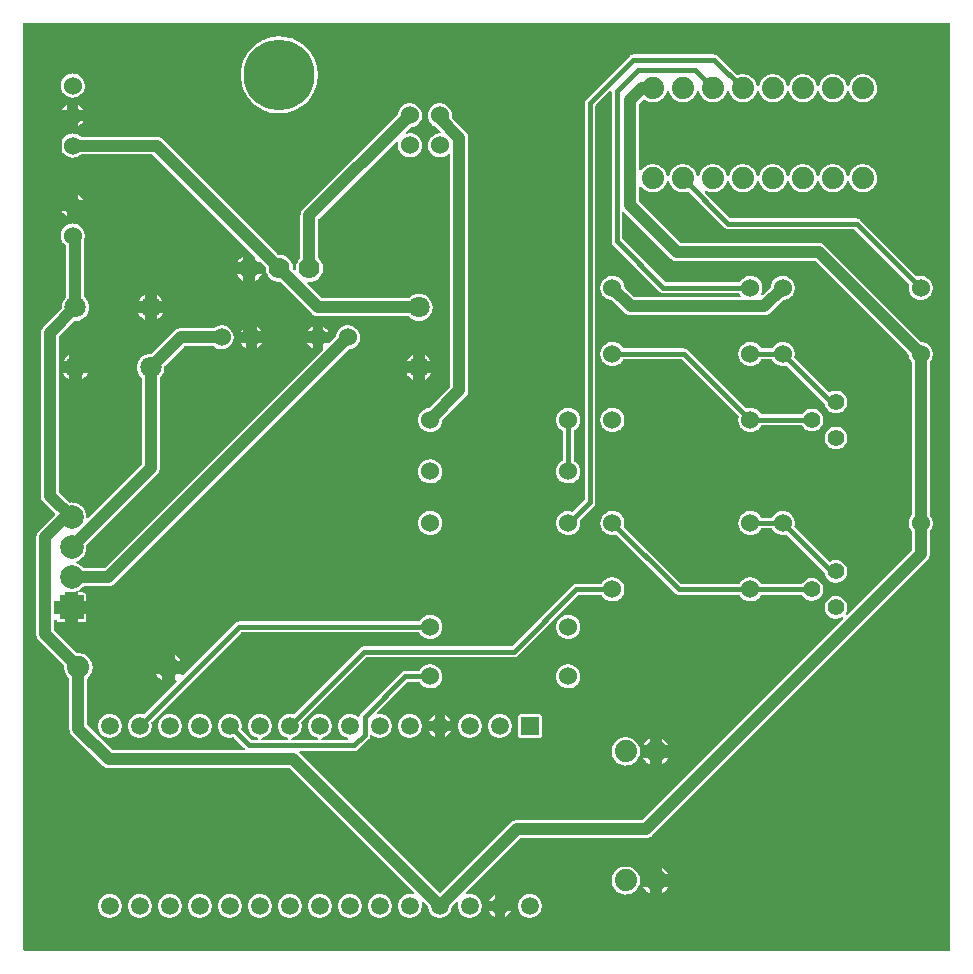
<source format=gbl>
G04 Layer: BottomLayer*
G04 EasyEDA v6.5.15, 2022-10-09 16:14:37*
G04 0b1594b3c9ed43a1be065a43cbb3c8b9,5f1b69652c614dc78b77d9171f06c583,10*
G04 Gerber Generator version 0.2*
G04 Scale: 100 percent, Rotated: No, Reflected: No *
G04 Dimensions in millimeters *
G04 leading zeros omitted , absolute positions ,4 integer and 5 decimal *
%FSLAX45Y45*%
%MOMM*%

%ADD10C,0.4000*%
%ADD11C,1.0000*%
%ADD12C,1.8000*%
%ADD13C,1.5240*%
%ADD14C,1.8796*%
%ADD15R,1.5080X1.5080*%
%ADD16C,1.5080*%
%ADD17C,1.4000*%
%ADD18R,2.0000X2.0000*%
%ADD19C,2.0000*%
%ADD20C,1.7780*%
%ADD21C,6.0000*%
%ADD22C,0.0135*%

%LPD*%
G36*
X736092Y1016508D02*
G01*
X732180Y1017269D01*
X728929Y1019505D01*
X726694Y1022756D01*
X725932Y1026668D01*
X725932Y8863838D01*
X726694Y8867749D01*
X728929Y8871000D01*
X732180Y8873236D01*
X736092Y8873998D01*
X8561832Y8873998D01*
X8565743Y8873236D01*
X8568994Y8871000D01*
X8571230Y8867749D01*
X8571992Y8863838D01*
X8571992Y1026668D01*
X8571230Y1022756D01*
X8568994Y1019505D01*
X8565743Y1017269D01*
X8561832Y1016508D01*
G37*

%LPC*%
G36*
X7607300Y5263540D02*
G01*
X7620355Y5264404D01*
X7633157Y5267096D01*
X7645501Y5271465D01*
X7657134Y5277459D01*
X7667802Y5285028D01*
X7677353Y5293969D01*
X7685633Y5304129D01*
X7692440Y5315305D01*
X7697673Y5327294D01*
X7701178Y5339892D01*
X7702956Y5352846D01*
X7702956Y5365953D01*
X7701178Y5378907D01*
X7697673Y5391505D01*
X7692440Y5403494D01*
X7685633Y5414670D01*
X7677353Y5424830D01*
X7667802Y5433771D01*
X7657134Y5441340D01*
X7645501Y5447334D01*
X7633157Y5451703D01*
X7620355Y5454396D01*
X7607300Y5455259D01*
X7594244Y5454396D01*
X7581442Y5451703D01*
X7569098Y5447334D01*
X7557465Y5441340D01*
X7546797Y5433771D01*
X7537246Y5424830D01*
X7528966Y5414670D01*
X7522159Y5403494D01*
X7516977Y5391505D01*
X7513421Y5378907D01*
X7511643Y5365953D01*
X7511643Y5352846D01*
X7513421Y5339892D01*
X7516977Y5327294D01*
X7522159Y5315305D01*
X7528966Y5304129D01*
X7537246Y5293969D01*
X7546797Y5285028D01*
X7557465Y5277459D01*
X7569098Y5271465D01*
X7581442Y5267096D01*
X7594244Y5264404D01*
G37*
G36*
X1711096Y1295755D02*
G01*
X1724660Y1296212D01*
X1737969Y1298498D01*
X1750923Y1302461D01*
X1763166Y1308201D01*
X1774596Y1315466D01*
X1784908Y1324203D01*
X1794002Y1334211D01*
X1801622Y1345387D01*
X1807768Y1357477D01*
X1812188Y1370228D01*
X1814880Y1383487D01*
X1815795Y1397000D01*
X1814880Y1410512D01*
X1812188Y1423771D01*
X1807768Y1436522D01*
X1801622Y1448612D01*
X1794002Y1459788D01*
X1784908Y1469796D01*
X1774596Y1478534D01*
X1763166Y1485798D01*
X1750923Y1491538D01*
X1737969Y1495501D01*
X1724660Y1497787D01*
X1711096Y1498244D01*
X1697634Y1496872D01*
X1684477Y1493723D01*
X1671878Y1488897D01*
X1659991Y1482394D01*
X1649120Y1474368D01*
X1639366Y1464919D01*
X1630984Y1454302D01*
X1624076Y1442669D01*
X1618843Y1430223D01*
X1615236Y1417167D01*
X1613458Y1403756D01*
X1613458Y1390243D01*
X1615236Y1376832D01*
X1618843Y1363776D01*
X1624076Y1351330D01*
X1630984Y1339697D01*
X1639366Y1329080D01*
X1649120Y1319631D01*
X1659991Y1311605D01*
X1671878Y1305102D01*
X1684477Y1300276D01*
X1697634Y1297127D01*
G37*
G36*
X1965096Y1295755D02*
G01*
X1978660Y1296212D01*
X1991969Y1298498D01*
X2004923Y1302461D01*
X2017166Y1308201D01*
X2028596Y1315466D01*
X2038908Y1324203D01*
X2048002Y1334211D01*
X2055622Y1345387D01*
X2061768Y1357477D01*
X2066188Y1370228D01*
X2068880Y1383487D01*
X2069795Y1397000D01*
X2068880Y1410512D01*
X2066188Y1423771D01*
X2061768Y1436522D01*
X2055622Y1448612D01*
X2048002Y1459788D01*
X2038908Y1469796D01*
X2028596Y1478534D01*
X2017166Y1485798D01*
X2004923Y1491538D01*
X1991969Y1495501D01*
X1978660Y1497787D01*
X1965096Y1498244D01*
X1951634Y1496872D01*
X1938477Y1493723D01*
X1925878Y1488897D01*
X1913991Y1482394D01*
X1903120Y1474368D01*
X1893366Y1464919D01*
X1884984Y1454302D01*
X1878075Y1442669D01*
X1872843Y1430223D01*
X1869236Y1417167D01*
X1867458Y1403756D01*
X1867458Y1390243D01*
X1869236Y1376832D01*
X1872843Y1363776D01*
X1878075Y1351330D01*
X1884984Y1339697D01*
X1893366Y1329080D01*
X1903120Y1319631D01*
X1913991Y1311605D01*
X1925878Y1305102D01*
X1938477Y1300276D01*
X1951634Y1297127D01*
G37*
G36*
X3235096Y1295755D02*
G01*
X3248660Y1296212D01*
X3261969Y1298498D01*
X3274923Y1302461D01*
X3287166Y1308201D01*
X3298596Y1315466D01*
X3308908Y1324203D01*
X3318001Y1334211D01*
X3325622Y1345387D01*
X3331768Y1357477D01*
X3336188Y1370228D01*
X3338880Y1383487D01*
X3339795Y1397000D01*
X3338880Y1410512D01*
X3336188Y1423771D01*
X3331768Y1436522D01*
X3325622Y1448612D01*
X3318001Y1459788D01*
X3308908Y1469796D01*
X3298596Y1478534D01*
X3287166Y1485798D01*
X3274923Y1491538D01*
X3261969Y1495501D01*
X3248660Y1497787D01*
X3235096Y1498244D01*
X3221634Y1496872D01*
X3208477Y1493723D01*
X3195878Y1488897D01*
X3183991Y1482394D01*
X3173120Y1474368D01*
X3163366Y1464919D01*
X3154984Y1454302D01*
X3148076Y1442669D01*
X3142843Y1430223D01*
X3139236Y1417167D01*
X3137458Y1403756D01*
X3137458Y1390243D01*
X3139236Y1376832D01*
X3142843Y1363776D01*
X3148076Y1351330D01*
X3154984Y1339697D01*
X3163366Y1329080D01*
X3173120Y1319631D01*
X3183991Y1311605D01*
X3195878Y1305102D01*
X3208477Y1300276D01*
X3221634Y1297127D01*
G37*
G36*
X2219096Y1295755D02*
G01*
X2232660Y1296212D01*
X2245969Y1298498D01*
X2258923Y1302461D01*
X2271166Y1308201D01*
X2282596Y1315466D01*
X2292908Y1324203D01*
X2302002Y1334211D01*
X2309622Y1345387D01*
X2315768Y1357477D01*
X2320188Y1370228D01*
X2322880Y1383487D01*
X2323795Y1397000D01*
X2322880Y1410512D01*
X2320188Y1423771D01*
X2315768Y1436522D01*
X2309622Y1448612D01*
X2302002Y1459788D01*
X2292908Y1469796D01*
X2282596Y1478534D01*
X2271166Y1485798D01*
X2258923Y1491538D01*
X2245969Y1495501D01*
X2232660Y1497787D01*
X2219096Y1498244D01*
X2205634Y1496872D01*
X2192477Y1493723D01*
X2179878Y1488897D01*
X2167991Y1482394D01*
X2157120Y1474368D01*
X2147366Y1464919D01*
X2138984Y1454302D01*
X2132076Y1442669D01*
X2126843Y1430223D01*
X2123236Y1417167D01*
X2121458Y1403756D01*
X2121458Y1390243D01*
X2123236Y1376832D01*
X2126843Y1363776D01*
X2132076Y1351330D01*
X2138984Y1339697D01*
X2147366Y1329080D01*
X2157120Y1319631D01*
X2167991Y1311605D01*
X2179878Y1305102D01*
X2192477Y1300276D01*
X2205634Y1297127D01*
G37*
G36*
X2981096Y1295755D02*
G01*
X2994660Y1296212D01*
X3007969Y1298498D01*
X3020923Y1302461D01*
X3033166Y1308201D01*
X3044596Y1315466D01*
X3054908Y1324203D01*
X3064002Y1334211D01*
X3071622Y1345387D01*
X3077768Y1357477D01*
X3082188Y1370228D01*
X3084880Y1383487D01*
X3085795Y1397000D01*
X3084880Y1410512D01*
X3082188Y1423771D01*
X3077768Y1436522D01*
X3071622Y1448612D01*
X3064002Y1459788D01*
X3054908Y1469796D01*
X3044596Y1478534D01*
X3033166Y1485798D01*
X3020923Y1491538D01*
X3007969Y1495501D01*
X2994660Y1497787D01*
X2981096Y1498244D01*
X2967634Y1496872D01*
X2954477Y1493723D01*
X2941878Y1488897D01*
X2929991Y1482394D01*
X2919120Y1474368D01*
X2909366Y1464919D01*
X2900984Y1454302D01*
X2894076Y1442669D01*
X2888843Y1430223D01*
X2885236Y1417167D01*
X2883458Y1403756D01*
X2883458Y1390243D01*
X2885236Y1376832D01*
X2888843Y1363776D01*
X2894076Y1351330D01*
X2900984Y1339697D01*
X2909366Y1329080D01*
X2919120Y1319631D01*
X2929991Y1311605D01*
X2941878Y1305102D01*
X2954477Y1300276D01*
X2967634Y1297127D01*
G37*
G36*
X5013096Y1295755D02*
G01*
X5026660Y1296212D01*
X5039969Y1298498D01*
X5052923Y1302461D01*
X5065166Y1308201D01*
X5076596Y1315466D01*
X5086908Y1324203D01*
X5096002Y1334211D01*
X5103622Y1345387D01*
X5109768Y1357477D01*
X5114188Y1370228D01*
X5116880Y1383487D01*
X5117795Y1397000D01*
X5116880Y1410512D01*
X5114188Y1423771D01*
X5109768Y1436522D01*
X5103622Y1448612D01*
X5096002Y1459788D01*
X5086908Y1469796D01*
X5076596Y1478534D01*
X5065166Y1485798D01*
X5052923Y1491538D01*
X5039969Y1495501D01*
X5026660Y1497787D01*
X5013096Y1498244D01*
X4999634Y1496872D01*
X4986477Y1493723D01*
X4973878Y1488897D01*
X4961991Y1482394D01*
X4951120Y1474368D01*
X4941366Y1464919D01*
X4932984Y1454302D01*
X4926076Y1442669D01*
X4920843Y1430223D01*
X4917236Y1417167D01*
X4915458Y1403756D01*
X4915458Y1390243D01*
X4917236Y1376832D01*
X4920843Y1363776D01*
X4926076Y1351330D01*
X4932984Y1339697D01*
X4941366Y1329080D01*
X4951120Y1319631D01*
X4961991Y1311605D01*
X4973878Y1305102D01*
X4986477Y1300276D01*
X4999634Y1297127D01*
G37*
G36*
X2473096Y1295755D02*
G01*
X2486660Y1296212D01*
X2499969Y1298498D01*
X2512923Y1302461D01*
X2525166Y1308201D01*
X2536596Y1315466D01*
X2546908Y1324203D01*
X2556002Y1334211D01*
X2563622Y1345387D01*
X2569768Y1357477D01*
X2574188Y1370228D01*
X2576880Y1383487D01*
X2577795Y1397000D01*
X2576880Y1410512D01*
X2574188Y1423771D01*
X2569768Y1436522D01*
X2563622Y1448612D01*
X2556002Y1459788D01*
X2546908Y1469796D01*
X2536596Y1478534D01*
X2525166Y1485798D01*
X2512923Y1491538D01*
X2499969Y1495501D01*
X2486660Y1497787D01*
X2473096Y1498244D01*
X2459634Y1496872D01*
X2446477Y1493723D01*
X2433878Y1488897D01*
X2421991Y1482394D01*
X2411120Y1474368D01*
X2401366Y1464919D01*
X2392984Y1454302D01*
X2386076Y1442669D01*
X2380843Y1430223D01*
X2377236Y1417167D01*
X2375458Y1403756D01*
X2375458Y1390243D01*
X2377236Y1376832D01*
X2380843Y1363776D01*
X2386076Y1351330D01*
X2392984Y1339697D01*
X2401366Y1329080D01*
X2411120Y1319631D01*
X2421991Y1311605D01*
X2433878Y1305102D01*
X2446477Y1300276D01*
X2459634Y1297127D01*
G37*
G36*
X3489096Y1295755D02*
G01*
X3502660Y1296212D01*
X3515969Y1298498D01*
X3528923Y1302461D01*
X3541166Y1308201D01*
X3552596Y1315466D01*
X3562908Y1324203D01*
X3572001Y1334211D01*
X3579622Y1345387D01*
X3585768Y1357477D01*
X3590188Y1370228D01*
X3592880Y1383487D01*
X3593795Y1397000D01*
X3592880Y1410512D01*
X3590188Y1423771D01*
X3585768Y1436522D01*
X3579622Y1448612D01*
X3572001Y1459788D01*
X3562908Y1469796D01*
X3552596Y1478534D01*
X3541166Y1485798D01*
X3528923Y1491538D01*
X3515969Y1495501D01*
X3502660Y1497787D01*
X3489096Y1498244D01*
X3475634Y1496872D01*
X3462477Y1493723D01*
X3449878Y1488897D01*
X3437991Y1482394D01*
X3427120Y1474368D01*
X3417366Y1464919D01*
X3408984Y1454302D01*
X3402076Y1442669D01*
X3396843Y1430223D01*
X3393236Y1417167D01*
X3391458Y1403756D01*
X3391458Y1390243D01*
X3393236Y1376832D01*
X3396843Y1363776D01*
X3402076Y1351330D01*
X3408984Y1339697D01*
X3417366Y1329080D01*
X3427120Y1319631D01*
X3437991Y1311605D01*
X3449878Y1305102D01*
X3462477Y1300276D01*
X3475634Y1297127D01*
G37*
G36*
X2727096Y1295755D02*
G01*
X2740660Y1296212D01*
X2753969Y1298498D01*
X2766923Y1302461D01*
X2779166Y1308201D01*
X2790596Y1315466D01*
X2800908Y1324203D01*
X2810002Y1334211D01*
X2817622Y1345387D01*
X2823768Y1357477D01*
X2828188Y1370228D01*
X2830880Y1383487D01*
X2831795Y1397000D01*
X2830880Y1410512D01*
X2828188Y1423771D01*
X2823768Y1436522D01*
X2817622Y1448612D01*
X2810002Y1459788D01*
X2800908Y1469796D01*
X2790596Y1478534D01*
X2779166Y1485798D01*
X2766923Y1491538D01*
X2753969Y1495501D01*
X2740660Y1497787D01*
X2727096Y1498244D01*
X2713634Y1496872D01*
X2700477Y1493723D01*
X2687878Y1488897D01*
X2675991Y1482394D01*
X2665120Y1474368D01*
X2655366Y1464919D01*
X2646984Y1454302D01*
X2640076Y1442669D01*
X2634843Y1430223D01*
X2631236Y1417167D01*
X2629458Y1403756D01*
X2629458Y1390243D01*
X2631236Y1376832D01*
X2634843Y1363776D01*
X2640076Y1351330D01*
X2646984Y1339697D01*
X2655366Y1329080D01*
X2665120Y1319631D01*
X2675991Y1311605D01*
X2687878Y1305102D01*
X2700477Y1300276D01*
X2713634Y1297127D01*
G37*
G36*
X3743096Y1295755D02*
G01*
X3756660Y1296212D01*
X3769969Y1298498D01*
X3782923Y1302461D01*
X3795166Y1308201D01*
X3806596Y1315466D01*
X3816908Y1324203D01*
X3826001Y1334211D01*
X3833622Y1345387D01*
X3839768Y1357477D01*
X3844188Y1370228D01*
X3846880Y1383487D01*
X3847795Y1397000D01*
X3846880Y1410512D01*
X3844188Y1423771D01*
X3839768Y1436522D01*
X3833622Y1448612D01*
X3826001Y1459788D01*
X3816908Y1469796D01*
X3806596Y1478534D01*
X3795166Y1485798D01*
X3782923Y1491538D01*
X3769969Y1495501D01*
X3756660Y1497787D01*
X3743096Y1498244D01*
X3729634Y1496872D01*
X3716477Y1493723D01*
X3703878Y1488897D01*
X3691991Y1482394D01*
X3681120Y1474368D01*
X3671366Y1464919D01*
X3662984Y1454302D01*
X3656076Y1442669D01*
X3650843Y1430223D01*
X3647236Y1417167D01*
X3645458Y1403756D01*
X3645458Y1390243D01*
X3647236Y1376832D01*
X3650843Y1363776D01*
X3656076Y1351330D01*
X3662984Y1339697D01*
X3671366Y1329080D01*
X3681120Y1319631D01*
X3691991Y1311605D01*
X3703878Y1305102D01*
X3716477Y1300276D01*
X3729634Y1297127D01*
G37*
G36*
X3997096Y1295755D02*
G01*
X4010660Y1296212D01*
X4023969Y1298498D01*
X4036923Y1302461D01*
X4049166Y1308201D01*
X4060596Y1315466D01*
X4070908Y1324203D01*
X4080001Y1334211D01*
X4087622Y1345387D01*
X4093768Y1357477D01*
X4098188Y1370228D01*
X4100880Y1383487D01*
X4101795Y1397000D01*
X4100880Y1410512D01*
X4099255Y1418539D01*
X4099306Y1422857D01*
X4101134Y1426768D01*
X4104386Y1429512D01*
X4108500Y1430731D01*
X4112768Y1430070D01*
X4116374Y1427784D01*
X4150918Y1393190D01*
X4152849Y1390548D01*
X4153814Y1387398D01*
X4155236Y1376832D01*
X4158843Y1363776D01*
X4164076Y1351330D01*
X4170984Y1339697D01*
X4179366Y1329080D01*
X4189120Y1319631D01*
X4199991Y1311605D01*
X4211878Y1305102D01*
X4224477Y1300276D01*
X4237634Y1297127D01*
X4251096Y1295755D01*
X4264660Y1296212D01*
X4277969Y1298498D01*
X4290923Y1302461D01*
X4303166Y1308201D01*
X4314596Y1315466D01*
X4324908Y1324203D01*
X4334002Y1334211D01*
X4341622Y1345387D01*
X4347768Y1357477D01*
X4352188Y1370228D01*
X4354880Y1383487D01*
X4355084Y1386687D01*
X4355998Y1390192D01*
X4358030Y1393190D01*
X4392422Y1427530D01*
X4396130Y1429918D01*
X4400499Y1430477D01*
X4404664Y1429156D01*
X4407916Y1426159D01*
X4409592Y1422095D01*
X4409236Y1417167D01*
X4407458Y1403756D01*
X4407458Y1390243D01*
X4409236Y1376832D01*
X4412843Y1363776D01*
X4418076Y1351330D01*
X4424984Y1339697D01*
X4433366Y1329080D01*
X4443120Y1319631D01*
X4453991Y1311605D01*
X4465878Y1305102D01*
X4478477Y1300276D01*
X4491634Y1297127D01*
X4505096Y1295755D01*
X4518660Y1296212D01*
X4531969Y1298498D01*
X4544923Y1302461D01*
X4557166Y1308201D01*
X4568596Y1315466D01*
X4578908Y1324203D01*
X4588002Y1334211D01*
X4595622Y1345387D01*
X4601768Y1357477D01*
X4606188Y1370228D01*
X4608880Y1383487D01*
X4609795Y1397000D01*
X4608880Y1410512D01*
X4606188Y1423771D01*
X4601768Y1436522D01*
X4595622Y1448612D01*
X4588002Y1459788D01*
X4578908Y1469796D01*
X4568596Y1478534D01*
X4557166Y1485798D01*
X4544923Y1491538D01*
X4531969Y1495501D01*
X4518660Y1497787D01*
X4505096Y1498244D01*
X4491634Y1496872D01*
X4487316Y1495856D01*
X4482947Y1495755D01*
X4478934Y1497482D01*
X4476089Y1500784D01*
X4474819Y1504950D01*
X4475429Y1509217D01*
X4477766Y1512925D01*
X4931664Y1966823D01*
X4934966Y1969058D01*
X4938877Y1969820D01*
X5998057Y1969871D01*
X6006896Y1970684D01*
X6009335Y1971090D01*
X6017971Y1973224D01*
X6020308Y1973986D01*
X6028537Y1977389D01*
X6030722Y1978507D01*
X6038342Y1983130D01*
X6047181Y1990191D01*
X8380374Y4323384D01*
X8387435Y4332224D01*
X8392058Y4339844D01*
X8393176Y4342028D01*
X8396579Y4350258D01*
X8397341Y4352594D01*
X8399475Y4361230D01*
X8399881Y4363669D01*
X8400694Y4372508D01*
X8400745Y4566818D01*
X8401456Y4570476D01*
X8403386Y4573676D01*
X8404961Y4575403D01*
X8412683Y4586630D01*
X8418830Y4598822D01*
X8423300Y4611725D01*
X8426043Y4625086D01*
X8426958Y4638649D01*
X8426043Y4652264D01*
X8423300Y4665624D01*
X8418830Y4678527D01*
X8412683Y4690719D01*
X8404961Y4701946D01*
X8403386Y4703673D01*
X8401456Y4706874D01*
X8400745Y4710480D01*
X8400745Y5998768D01*
X8401456Y6002426D01*
X8403386Y6005576D01*
X8404961Y6007354D01*
X8412683Y6018580D01*
X8418830Y6030722D01*
X8423300Y6043625D01*
X8426043Y6056985D01*
X8426958Y6070600D01*
X8426043Y6084214D01*
X8423300Y6097574D01*
X8418830Y6110478D01*
X8412683Y6122619D01*
X8404961Y6133846D01*
X8395817Y6144006D01*
X8385403Y6152794D01*
X8373922Y6160109D01*
X8361527Y6165850D01*
X8348522Y6169914D01*
X8334502Y6172200D01*
X8330793Y6173012D01*
X8327644Y6175146D01*
X7514793Y6987946D01*
X7505953Y6995007D01*
X7498334Y6999630D01*
X7496149Y7000748D01*
X7485583Y7004913D01*
X7476947Y7007047D01*
X7474508Y7007453D01*
X7465669Y7008266D01*
X6298539Y7008317D01*
X6294628Y7009079D01*
X6291376Y7011314D01*
X5946292Y7356348D01*
X5944057Y7359650D01*
X5943295Y7363561D01*
X5943295Y7479131D01*
X5944209Y7483297D01*
X5946800Y7486751D01*
X5950559Y7488834D01*
X5954826Y7489190D01*
X5958840Y7487716D01*
X5962243Y7484262D01*
X5971844Y7473035D01*
X5982766Y7463129D01*
X5994806Y7454595D01*
X6007811Y7447584D01*
X6021578Y7442250D01*
X6035852Y7438694D01*
X6050534Y7436866D01*
X6065266Y7436866D01*
X6079947Y7438694D01*
X6094222Y7442250D01*
X6107988Y7447584D01*
X6120993Y7454595D01*
X6133033Y7463129D01*
X6143955Y7473035D01*
X6153556Y7484262D01*
X6161684Y7496556D01*
X6168288Y7509764D01*
X6173216Y7523683D01*
X6174994Y7531811D01*
X6176518Y7535418D01*
X6179312Y7538161D01*
X6182969Y7539634D01*
X6186830Y7539634D01*
X6190488Y7538161D01*
X6193282Y7535418D01*
X6194806Y7531811D01*
X6196584Y7523683D01*
X6201511Y7509764D01*
X6208115Y7496556D01*
X6216243Y7484262D01*
X6225844Y7473035D01*
X6236766Y7463129D01*
X6248806Y7454595D01*
X6261811Y7447584D01*
X6275578Y7442250D01*
X6289852Y7438694D01*
X6304534Y7436866D01*
X6319266Y7436866D01*
X6333947Y7438694D01*
X6348222Y7442250D01*
X6351422Y7443520D01*
X6355232Y7444181D01*
X6359042Y7443368D01*
X6362242Y7441234D01*
X6666077Y7137450D01*
X6673138Y7132116D01*
X6680708Y7128357D01*
X6688836Y7126020D01*
X6697725Y7125208D01*
X7759903Y7125208D01*
X7763764Y7124446D01*
X7767066Y7122261D01*
X8223656Y6665671D01*
X8225586Y6662978D01*
X8226552Y6659778D01*
X8226399Y6656476D01*
X8223656Y6643014D01*
X8222742Y6629400D01*
X8223656Y6615785D01*
X8226399Y6602425D01*
X8230870Y6589522D01*
X8237016Y6577380D01*
X8244738Y6566153D01*
X8253882Y6555994D01*
X8264296Y6547205D01*
X8275777Y6539890D01*
X8288172Y6534150D01*
X8301177Y6530085D01*
X8314639Y6527850D01*
X8328253Y6527393D01*
X8341817Y6528714D01*
X8355075Y6531914D01*
X8367826Y6536791D01*
X8379764Y6543344D01*
X8390737Y6551422D01*
X8400542Y6560921D01*
X8409025Y6571640D01*
X8415985Y6583375D01*
X8421268Y6595922D01*
X8424875Y6609080D01*
X8426704Y6622592D01*
X8426704Y6636207D01*
X8424875Y6649720D01*
X8421268Y6662877D01*
X8415985Y6675424D01*
X8409025Y6687159D01*
X8400542Y6697878D01*
X8390737Y6707378D01*
X8379764Y6715455D01*
X8367826Y6722008D01*
X8355075Y6726885D01*
X8341817Y6730085D01*
X8328253Y6731406D01*
X8314639Y6730949D01*
X8301177Y6728714D01*
X8298840Y6728002D01*
X8295233Y6727545D01*
X8291677Y6728409D01*
X8288680Y6730492D01*
X7814309Y7204811D01*
X7807248Y7210145D01*
X7799679Y7213904D01*
X7791551Y7216190D01*
X7782661Y7217054D01*
X6720484Y7217054D01*
X6716623Y7217816D01*
X6713321Y7220000D01*
X6499606Y7433716D01*
X6497320Y7437170D01*
X6496608Y7441184D01*
X6497574Y7445197D01*
X6500012Y7448499D01*
X6503568Y7450581D01*
X6507632Y7451039D01*
X6511594Y7449870D01*
X6515811Y7447584D01*
X6529578Y7442250D01*
X6543852Y7438694D01*
X6558534Y7436866D01*
X6573266Y7436866D01*
X6587947Y7438694D01*
X6602222Y7442250D01*
X6615988Y7447584D01*
X6628993Y7454595D01*
X6641033Y7463129D01*
X6651955Y7473035D01*
X6661556Y7484262D01*
X6669684Y7496556D01*
X6676288Y7509764D01*
X6681216Y7523683D01*
X6682994Y7531811D01*
X6684518Y7535418D01*
X6687312Y7538161D01*
X6690969Y7539634D01*
X6694830Y7539634D01*
X6698488Y7538161D01*
X6701281Y7535418D01*
X6702806Y7531811D01*
X6704584Y7523683D01*
X6709511Y7509764D01*
X6716115Y7496556D01*
X6724243Y7484262D01*
X6733844Y7473035D01*
X6744766Y7463129D01*
X6756806Y7454595D01*
X6769811Y7447584D01*
X6783578Y7442250D01*
X6797852Y7438694D01*
X6812534Y7436866D01*
X6827266Y7436866D01*
X6841947Y7438694D01*
X6856222Y7442250D01*
X6869988Y7447584D01*
X6882993Y7454595D01*
X6895033Y7463129D01*
X6905955Y7473035D01*
X6915556Y7484262D01*
X6923684Y7496556D01*
X6930288Y7509764D01*
X6935216Y7523683D01*
X6936994Y7531811D01*
X6938518Y7535418D01*
X6941312Y7538161D01*
X6944969Y7539634D01*
X6948830Y7539634D01*
X6952488Y7538161D01*
X6955281Y7535418D01*
X6956806Y7531811D01*
X6958584Y7523683D01*
X6963511Y7509764D01*
X6970115Y7496556D01*
X6978243Y7484262D01*
X6987844Y7473035D01*
X6998766Y7463129D01*
X7010806Y7454595D01*
X7023811Y7447584D01*
X7037578Y7442250D01*
X7051852Y7438694D01*
X7066534Y7436866D01*
X7081266Y7436866D01*
X7095947Y7438694D01*
X7110222Y7442250D01*
X7123988Y7447584D01*
X7136993Y7454595D01*
X7149033Y7463129D01*
X7159955Y7473035D01*
X7169556Y7484262D01*
X7177684Y7496556D01*
X7184288Y7509764D01*
X7189216Y7523683D01*
X7190994Y7531811D01*
X7192518Y7535418D01*
X7195312Y7538161D01*
X7198969Y7539634D01*
X7202830Y7539634D01*
X7206488Y7538161D01*
X7209281Y7535418D01*
X7210806Y7531811D01*
X7212584Y7523683D01*
X7217511Y7509764D01*
X7224115Y7496556D01*
X7232243Y7484262D01*
X7241844Y7473035D01*
X7252766Y7463129D01*
X7264806Y7454595D01*
X7277811Y7447584D01*
X7291578Y7442250D01*
X7305852Y7438694D01*
X7320534Y7436866D01*
X7335266Y7436866D01*
X7349947Y7438694D01*
X7364222Y7442250D01*
X7377988Y7447584D01*
X7390993Y7454595D01*
X7403033Y7463129D01*
X7413955Y7473035D01*
X7423556Y7484262D01*
X7431684Y7496556D01*
X7438288Y7509764D01*
X7443216Y7523683D01*
X7444994Y7531811D01*
X7446518Y7535418D01*
X7449312Y7538161D01*
X7452969Y7539634D01*
X7456830Y7539634D01*
X7460488Y7538161D01*
X7463281Y7535418D01*
X7464806Y7531811D01*
X7466584Y7523683D01*
X7471511Y7509764D01*
X7478115Y7496556D01*
X7486243Y7484262D01*
X7495844Y7473035D01*
X7506766Y7463129D01*
X7518806Y7454595D01*
X7531811Y7447584D01*
X7545578Y7442250D01*
X7559852Y7438694D01*
X7574534Y7436866D01*
X7589266Y7436866D01*
X7603947Y7438694D01*
X7618222Y7442250D01*
X7631988Y7447584D01*
X7644993Y7454595D01*
X7657033Y7463129D01*
X7667955Y7473035D01*
X7677556Y7484262D01*
X7685684Y7496556D01*
X7692288Y7509764D01*
X7697216Y7523683D01*
X7698994Y7531811D01*
X7700518Y7535418D01*
X7703312Y7538161D01*
X7706969Y7539634D01*
X7710830Y7539634D01*
X7714488Y7538161D01*
X7717281Y7535418D01*
X7718806Y7531811D01*
X7720584Y7523683D01*
X7725511Y7509764D01*
X7732115Y7496556D01*
X7740243Y7484262D01*
X7749844Y7473035D01*
X7760766Y7463129D01*
X7772806Y7454595D01*
X7785811Y7447584D01*
X7799578Y7442250D01*
X7813852Y7438694D01*
X7828534Y7436866D01*
X7843266Y7436866D01*
X7857947Y7438694D01*
X7872222Y7442250D01*
X7885988Y7447584D01*
X7898993Y7454595D01*
X7911033Y7463129D01*
X7921955Y7473035D01*
X7931556Y7484262D01*
X7939684Y7496556D01*
X7946288Y7509764D01*
X7951216Y7523683D01*
X7954365Y7538110D01*
X7955737Y7552791D01*
X7955280Y7567574D01*
X7952994Y7582153D01*
X7948930Y7596327D01*
X7943189Y7609941D01*
X7935823Y7622692D01*
X7926933Y7634478D01*
X7916672Y7645095D01*
X7905140Y7654340D01*
X7892592Y7662113D01*
X7879181Y7668259D01*
X7865160Y7672730D01*
X7850631Y7675473D01*
X7835900Y7676388D01*
X7821168Y7675473D01*
X7806639Y7672730D01*
X7792618Y7668259D01*
X7779207Y7662113D01*
X7766659Y7654340D01*
X7755128Y7645095D01*
X7744866Y7634478D01*
X7735976Y7622692D01*
X7728610Y7609941D01*
X7722870Y7596327D01*
X7718653Y7581696D01*
X7716621Y7577836D01*
X7713167Y7575245D01*
X7708900Y7574280D01*
X7704632Y7575245D01*
X7701178Y7577836D01*
X7699146Y7581696D01*
X7694930Y7596327D01*
X7689189Y7609941D01*
X7681823Y7622692D01*
X7672933Y7634478D01*
X7662672Y7645095D01*
X7651140Y7654340D01*
X7638592Y7662113D01*
X7625181Y7668259D01*
X7611160Y7672730D01*
X7596631Y7675473D01*
X7581900Y7676388D01*
X7567168Y7675473D01*
X7552639Y7672730D01*
X7538618Y7668259D01*
X7525207Y7662113D01*
X7512659Y7654340D01*
X7501128Y7645095D01*
X7490866Y7634478D01*
X7481976Y7622692D01*
X7474610Y7609941D01*
X7468870Y7596327D01*
X7464653Y7581696D01*
X7462621Y7577836D01*
X7459167Y7575245D01*
X7454900Y7574280D01*
X7450632Y7575245D01*
X7447178Y7577836D01*
X7445146Y7581696D01*
X7440930Y7596327D01*
X7435189Y7609941D01*
X7427823Y7622692D01*
X7418933Y7634478D01*
X7408672Y7645095D01*
X7397140Y7654340D01*
X7384592Y7662113D01*
X7371181Y7668259D01*
X7357160Y7672730D01*
X7342631Y7675473D01*
X7327900Y7676388D01*
X7313168Y7675473D01*
X7298639Y7672730D01*
X7284618Y7668259D01*
X7271207Y7662113D01*
X7258659Y7654340D01*
X7247128Y7645095D01*
X7236866Y7634478D01*
X7227976Y7622692D01*
X7220610Y7609941D01*
X7214870Y7596327D01*
X7210653Y7581696D01*
X7208621Y7577836D01*
X7205167Y7575245D01*
X7200900Y7574280D01*
X7196632Y7575245D01*
X7193178Y7577836D01*
X7191146Y7581696D01*
X7186930Y7596327D01*
X7181189Y7609941D01*
X7173823Y7622692D01*
X7164933Y7634478D01*
X7154672Y7645095D01*
X7143140Y7654340D01*
X7130592Y7662113D01*
X7117181Y7668259D01*
X7103160Y7672730D01*
X7088631Y7675473D01*
X7073900Y7676388D01*
X7059168Y7675473D01*
X7044639Y7672730D01*
X7030618Y7668259D01*
X7017207Y7662113D01*
X7004659Y7654340D01*
X6993128Y7645095D01*
X6982866Y7634478D01*
X6973976Y7622692D01*
X6966610Y7609941D01*
X6960870Y7596327D01*
X6956653Y7581696D01*
X6954621Y7577836D01*
X6951167Y7575245D01*
X6946900Y7574280D01*
X6942632Y7575245D01*
X6939178Y7577836D01*
X6937146Y7581696D01*
X6932930Y7596327D01*
X6927189Y7609941D01*
X6919823Y7622692D01*
X6910933Y7634478D01*
X6900672Y7645095D01*
X6889140Y7654340D01*
X6876592Y7662113D01*
X6863181Y7668259D01*
X6849160Y7672730D01*
X6834631Y7675473D01*
X6819900Y7676388D01*
X6805168Y7675473D01*
X6790639Y7672730D01*
X6776618Y7668259D01*
X6763207Y7662113D01*
X6750659Y7654340D01*
X6739128Y7645095D01*
X6728866Y7634478D01*
X6719976Y7622692D01*
X6712610Y7609941D01*
X6706870Y7596327D01*
X6702653Y7581696D01*
X6700621Y7577836D01*
X6697167Y7575245D01*
X6692900Y7574280D01*
X6688632Y7575245D01*
X6685178Y7577836D01*
X6683146Y7581696D01*
X6678930Y7596327D01*
X6673189Y7609941D01*
X6665823Y7622692D01*
X6656933Y7634478D01*
X6646672Y7645095D01*
X6635140Y7654340D01*
X6622592Y7662113D01*
X6609181Y7668259D01*
X6595160Y7672730D01*
X6580631Y7675473D01*
X6565900Y7676388D01*
X6551168Y7675473D01*
X6536639Y7672730D01*
X6522618Y7668259D01*
X6509207Y7662113D01*
X6496659Y7654340D01*
X6485128Y7645095D01*
X6474866Y7634478D01*
X6465976Y7622692D01*
X6458610Y7609941D01*
X6452870Y7596327D01*
X6448653Y7581696D01*
X6446621Y7577836D01*
X6443167Y7575245D01*
X6438900Y7574280D01*
X6434632Y7575245D01*
X6431178Y7577836D01*
X6429146Y7581696D01*
X6424930Y7596327D01*
X6419189Y7609941D01*
X6411823Y7622692D01*
X6402933Y7634478D01*
X6392672Y7645095D01*
X6381140Y7654340D01*
X6368592Y7662113D01*
X6355181Y7668259D01*
X6341160Y7672730D01*
X6326632Y7675473D01*
X6311900Y7676388D01*
X6297168Y7675473D01*
X6282639Y7672730D01*
X6268618Y7668259D01*
X6255207Y7662113D01*
X6242659Y7654340D01*
X6231128Y7645095D01*
X6220866Y7634478D01*
X6211976Y7622692D01*
X6204610Y7609941D01*
X6198870Y7596327D01*
X6194653Y7581696D01*
X6192621Y7577836D01*
X6189167Y7575245D01*
X6184900Y7574280D01*
X6180632Y7575245D01*
X6177178Y7577836D01*
X6175146Y7581696D01*
X6170930Y7596327D01*
X6165189Y7609941D01*
X6157823Y7622692D01*
X6148933Y7634478D01*
X6138672Y7645095D01*
X6127140Y7654340D01*
X6114592Y7662113D01*
X6101181Y7668259D01*
X6087160Y7672730D01*
X6072632Y7675473D01*
X6057900Y7676388D01*
X6043168Y7675473D01*
X6028639Y7672730D01*
X6014618Y7668259D01*
X6001207Y7662113D01*
X5988659Y7654340D01*
X5977128Y7645095D01*
X5966866Y7634478D01*
X5961583Y7627467D01*
X5958433Y7624724D01*
X5954420Y7623505D01*
X5950254Y7623962D01*
X5946648Y7626096D01*
X5944158Y7629499D01*
X5943295Y7633614D01*
X5943295Y8181238D01*
X5944057Y8185150D01*
X5946292Y8188452D01*
X5976823Y8218982D01*
X5979718Y8221014D01*
X5983122Y8221929D01*
X5986678Y8221573D01*
X5989878Y8220049D01*
X5994806Y8216595D01*
X6007811Y8209584D01*
X6021578Y8204250D01*
X6035852Y8200694D01*
X6050534Y8198866D01*
X6065266Y8198866D01*
X6079947Y8200694D01*
X6094222Y8204250D01*
X6107988Y8209584D01*
X6120993Y8216595D01*
X6133033Y8225129D01*
X6143955Y8235035D01*
X6153556Y8246262D01*
X6161684Y8258556D01*
X6168288Y8271764D01*
X6173216Y8285683D01*
X6174994Y8293811D01*
X6176518Y8297418D01*
X6179312Y8300161D01*
X6182969Y8301634D01*
X6186830Y8301634D01*
X6190488Y8300161D01*
X6193282Y8297418D01*
X6194806Y8293811D01*
X6196584Y8285683D01*
X6201511Y8271764D01*
X6208115Y8258556D01*
X6216243Y8246262D01*
X6225844Y8235035D01*
X6236766Y8225129D01*
X6248806Y8216595D01*
X6261811Y8209584D01*
X6275578Y8204250D01*
X6289852Y8200694D01*
X6304534Y8198866D01*
X6319266Y8198866D01*
X6333947Y8200694D01*
X6348222Y8204250D01*
X6361988Y8209584D01*
X6374993Y8216595D01*
X6387033Y8225129D01*
X6397955Y8235035D01*
X6407556Y8246262D01*
X6415684Y8258556D01*
X6422288Y8271764D01*
X6427216Y8285683D01*
X6428994Y8293811D01*
X6430518Y8297418D01*
X6433312Y8300161D01*
X6436969Y8301634D01*
X6440830Y8301634D01*
X6444488Y8300161D01*
X6447282Y8297418D01*
X6448806Y8293811D01*
X6450584Y8285683D01*
X6455511Y8271764D01*
X6462115Y8258556D01*
X6470243Y8246262D01*
X6479844Y8235035D01*
X6490766Y8225129D01*
X6502806Y8216595D01*
X6515811Y8209584D01*
X6529578Y8204250D01*
X6543852Y8200694D01*
X6558534Y8198866D01*
X6573266Y8198866D01*
X6587947Y8200694D01*
X6602222Y8204250D01*
X6615988Y8209584D01*
X6628993Y8216595D01*
X6641033Y8225129D01*
X6651955Y8235035D01*
X6661556Y8246262D01*
X6669684Y8258556D01*
X6676288Y8271764D01*
X6681216Y8285683D01*
X6682994Y8293811D01*
X6684518Y8297418D01*
X6687312Y8300161D01*
X6690969Y8301634D01*
X6694830Y8301634D01*
X6698488Y8300161D01*
X6701281Y8297418D01*
X6702806Y8293811D01*
X6704584Y8285683D01*
X6709511Y8271764D01*
X6716115Y8258556D01*
X6724243Y8246262D01*
X6733844Y8235035D01*
X6744766Y8225129D01*
X6756806Y8216595D01*
X6769811Y8209584D01*
X6783578Y8204250D01*
X6797852Y8200694D01*
X6812534Y8198866D01*
X6827266Y8198866D01*
X6841947Y8200694D01*
X6856222Y8204250D01*
X6869988Y8209584D01*
X6882993Y8216595D01*
X6895033Y8225129D01*
X6905955Y8235035D01*
X6915556Y8246262D01*
X6923684Y8258556D01*
X6930288Y8271764D01*
X6935216Y8285683D01*
X6936994Y8293811D01*
X6938518Y8297418D01*
X6941312Y8300161D01*
X6944969Y8301634D01*
X6948830Y8301634D01*
X6952488Y8300161D01*
X6955281Y8297418D01*
X6956806Y8293811D01*
X6958584Y8285683D01*
X6963511Y8271764D01*
X6970115Y8258556D01*
X6978243Y8246262D01*
X6987844Y8235035D01*
X6998766Y8225129D01*
X7010806Y8216595D01*
X7023811Y8209584D01*
X7037578Y8204250D01*
X7051852Y8200694D01*
X7066534Y8198866D01*
X7081266Y8198866D01*
X7095947Y8200694D01*
X7110222Y8204250D01*
X7123988Y8209584D01*
X7136993Y8216595D01*
X7149033Y8225129D01*
X7159955Y8235035D01*
X7169556Y8246262D01*
X7177684Y8258556D01*
X7184288Y8271764D01*
X7189216Y8285683D01*
X7190994Y8293811D01*
X7192518Y8297418D01*
X7195312Y8300161D01*
X7198969Y8301634D01*
X7202830Y8301634D01*
X7206488Y8300161D01*
X7209281Y8297418D01*
X7210806Y8293811D01*
X7212584Y8285683D01*
X7217511Y8271764D01*
X7224115Y8258556D01*
X7232243Y8246262D01*
X7241844Y8235035D01*
X7252766Y8225129D01*
X7264806Y8216595D01*
X7277811Y8209584D01*
X7291578Y8204250D01*
X7305852Y8200694D01*
X7320534Y8198866D01*
X7335266Y8198866D01*
X7349947Y8200694D01*
X7364222Y8204250D01*
X7377988Y8209584D01*
X7390993Y8216595D01*
X7403033Y8225129D01*
X7413955Y8235035D01*
X7423556Y8246262D01*
X7431684Y8258556D01*
X7438288Y8271764D01*
X7443216Y8285683D01*
X7444994Y8293811D01*
X7446518Y8297418D01*
X7449312Y8300161D01*
X7452969Y8301634D01*
X7456830Y8301634D01*
X7460488Y8300161D01*
X7463281Y8297418D01*
X7464806Y8293811D01*
X7466584Y8285683D01*
X7471511Y8271764D01*
X7478115Y8258556D01*
X7486243Y8246262D01*
X7495844Y8235035D01*
X7506766Y8225129D01*
X7518806Y8216595D01*
X7531811Y8209584D01*
X7545578Y8204250D01*
X7559852Y8200694D01*
X7574534Y8198866D01*
X7589266Y8198866D01*
X7603947Y8200694D01*
X7618222Y8204250D01*
X7631988Y8209584D01*
X7644993Y8216595D01*
X7657033Y8225129D01*
X7667955Y8235035D01*
X7677556Y8246262D01*
X7685684Y8258556D01*
X7692288Y8271764D01*
X7697216Y8285683D01*
X7698994Y8293811D01*
X7700518Y8297418D01*
X7703312Y8300161D01*
X7706969Y8301634D01*
X7710830Y8301634D01*
X7714488Y8300161D01*
X7717281Y8297418D01*
X7718806Y8293811D01*
X7720584Y8285683D01*
X7725511Y8271764D01*
X7732115Y8258556D01*
X7740243Y8246262D01*
X7749844Y8235035D01*
X7760766Y8225129D01*
X7772806Y8216595D01*
X7785811Y8209584D01*
X7799578Y8204250D01*
X7813852Y8200694D01*
X7828534Y8198866D01*
X7843266Y8198866D01*
X7857947Y8200694D01*
X7872222Y8204250D01*
X7885988Y8209584D01*
X7898993Y8216595D01*
X7911033Y8225129D01*
X7921955Y8235035D01*
X7931556Y8246262D01*
X7939684Y8258556D01*
X7946288Y8271764D01*
X7951216Y8285683D01*
X7954365Y8300110D01*
X7955737Y8314791D01*
X7955280Y8329574D01*
X7952994Y8344153D01*
X7948930Y8358327D01*
X7943189Y8371941D01*
X7935823Y8384692D01*
X7926933Y8396478D01*
X7916672Y8407095D01*
X7905140Y8416340D01*
X7892592Y8424113D01*
X7879181Y8430260D01*
X7865160Y8434730D01*
X7850631Y8437473D01*
X7835900Y8438388D01*
X7821168Y8437473D01*
X7806639Y8434730D01*
X7792618Y8430260D01*
X7779207Y8424113D01*
X7766659Y8416340D01*
X7755128Y8407095D01*
X7744866Y8396478D01*
X7735976Y8384692D01*
X7728610Y8371941D01*
X7722870Y8358327D01*
X7718653Y8343696D01*
X7716621Y8339836D01*
X7713167Y8337245D01*
X7708900Y8336280D01*
X7704632Y8337245D01*
X7701178Y8339836D01*
X7699146Y8343696D01*
X7694930Y8358327D01*
X7689189Y8371941D01*
X7681823Y8384692D01*
X7672933Y8396478D01*
X7662672Y8407095D01*
X7651140Y8416340D01*
X7638592Y8424113D01*
X7625181Y8430260D01*
X7611160Y8434730D01*
X7596631Y8437473D01*
X7581900Y8438388D01*
X7567168Y8437473D01*
X7552639Y8434730D01*
X7538618Y8430260D01*
X7525207Y8424113D01*
X7512659Y8416340D01*
X7501128Y8407095D01*
X7490866Y8396478D01*
X7481976Y8384692D01*
X7474610Y8371941D01*
X7468870Y8358327D01*
X7464653Y8343696D01*
X7462621Y8339836D01*
X7459167Y8337245D01*
X7454900Y8336280D01*
X7450632Y8337245D01*
X7447178Y8339836D01*
X7445146Y8343696D01*
X7440930Y8358327D01*
X7435189Y8371941D01*
X7427823Y8384692D01*
X7418933Y8396478D01*
X7408672Y8407095D01*
X7397140Y8416340D01*
X7384592Y8424113D01*
X7371181Y8430260D01*
X7357160Y8434730D01*
X7342631Y8437473D01*
X7327900Y8438388D01*
X7313168Y8437473D01*
X7298639Y8434730D01*
X7284618Y8430260D01*
X7271207Y8424113D01*
X7258659Y8416340D01*
X7247128Y8407095D01*
X7236866Y8396478D01*
X7227976Y8384692D01*
X7220610Y8371941D01*
X7214870Y8358327D01*
X7210653Y8343696D01*
X7208621Y8339836D01*
X7205167Y8337245D01*
X7200900Y8336280D01*
X7196632Y8337245D01*
X7193178Y8339836D01*
X7191146Y8343696D01*
X7186930Y8358327D01*
X7181189Y8371941D01*
X7173823Y8384692D01*
X7164933Y8396478D01*
X7154672Y8407095D01*
X7143140Y8416340D01*
X7130592Y8424113D01*
X7117181Y8430260D01*
X7103160Y8434730D01*
X7088631Y8437473D01*
X7073900Y8438388D01*
X7059168Y8437473D01*
X7044639Y8434730D01*
X7030618Y8430260D01*
X7017207Y8424113D01*
X7004659Y8416340D01*
X6993128Y8407095D01*
X6982866Y8396478D01*
X6973976Y8384692D01*
X6966610Y8371941D01*
X6960870Y8358327D01*
X6956653Y8343696D01*
X6954621Y8339836D01*
X6951167Y8337245D01*
X6946900Y8336280D01*
X6942632Y8337245D01*
X6939178Y8339836D01*
X6937146Y8343696D01*
X6932930Y8358327D01*
X6927189Y8371941D01*
X6919823Y8384692D01*
X6910933Y8396478D01*
X6900672Y8407095D01*
X6889140Y8416340D01*
X6876592Y8424113D01*
X6863181Y8430260D01*
X6849160Y8434730D01*
X6834631Y8437473D01*
X6819900Y8438388D01*
X6805168Y8437473D01*
X6790639Y8434730D01*
X6779818Y8431276D01*
X6776161Y8430818D01*
X6772554Y8431682D01*
X6769557Y8433765D01*
X6609791Y8593480D01*
X6602730Y8598814D01*
X6595160Y8602573D01*
X6587032Y8604859D01*
X6578142Y8605723D01*
X5891022Y8605672D01*
X5882284Y8604453D01*
X5874258Y8601760D01*
X5866892Y8597646D01*
X5859983Y8591905D01*
X5490819Y8222691D01*
X5485485Y8215630D01*
X5481726Y8208060D01*
X5479440Y8199932D01*
X5478576Y8191042D01*
X5478576Y4836515D01*
X5477814Y4832654D01*
X5475630Y4829352D01*
X5383784Y4737506D01*
X5380786Y4735423D01*
X5377230Y4734560D01*
X5373624Y4735017D01*
X5364022Y4737963D01*
X5350560Y4740249D01*
X5336946Y4740706D01*
X5323382Y4739335D01*
X5310124Y4736185D01*
X5297373Y4731258D01*
X5285435Y4724704D01*
X5274462Y4716627D01*
X5264658Y4707128D01*
X5256174Y4696460D01*
X5249214Y4684725D01*
X5243931Y4672177D01*
X5240324Y4659020D01*
X5238496Y4645507D01*
X5238496Y4631842D01*
X5240324Y4618329D01*
X5243931Y4605172D01*
X5249214Y4592624D01*
X5256174Y4580890D01*
X5264658Y4570222D01*
X5274462Y4560722D01*
X5285435Y4552645D01*
X5297373Y4546092D01*
X5310124Y4541164D01*
X5323382Y4538014D01*
X5336946Y4536643D01*
X5350560Y4537100D01*
X5364022Y4539386D01*
X5377027Y4543399D01*
X5389422Y4549140D01*
X5400903Y4556506D01*
X5411317Y4565294D01*
X5420461Y4575403D01*
X5428183Y4586630D01*
X5434330Y4598822D01*
X5438800Y4611725D01*
X5441543Y4625086D01*
X5442458Y4638649D01*
X5441543Y4652264D01*
X5440375Y4657852D01*
X5440273Y4661154D01*
X5441238Y4664354D01*
X5443169Y4667046D01*
X5558180Y4782108D01*
X5563514Y4789170D01*
X5567273Y4796739D01*
X5569559Y4804867D01*
X5570423Y4813757D01*
X5570423Y8168284D01*
X5571185Y8172145D01*
X5573369Y8175447D01*
X5689854Y8291931D01*
X5693156Y8294116D01*
X5697016Y8294878D01*
X5700928Y8294116D01*
X5704230Y8291931D01*
X5706414Y8288629D01*
X5707176Y8284718D01*
X5707227Y7021322D01*
X5708446Y7012584D01*
X5711139Y7004558D01*
X5715254Y6997192D01*
X5720994Y6990283D01*
X6115608Y6595719D01*
X6122670Y6590385D01*
X6130239Y6586626D01*
X6138367Y6584340D01*
X6147257Y6583476D01*
X6786422Y6583476D01*
X6789877Y6582867D01*
X6792874Y6581140D01*
X6795160Y6578498D01*
X6799224Y6571640D01*
X6804761Y6564630D01*
X6806692Y6560515D01*
X6806692Y6556044D01*
X6804710Y6551980D01*
X6801205Y6549135D01*
X6796786Y6548170D01*
X5907786Y6548170D01*
X5903925Y6548932D01*
X5900623Y6551117D01*
X5819394Y6632346D01*
X5817362Y6635343D01*
X5816447Y6638848D01*
X5816193Y6643014D01*
X5813450Y6656374D01*
X5808980Y6669278D01*
X5802833Y6681419D01*
X5795111Y6692646D01*
X5785967Y6702806D01*
X5775553Y6711594D01*
X5764072Y6718909D01*
X5751677Y6724650D01*
X5738672Y6728714D01*
X5725210Y6730949D01*
X5711596Y6731406D01*
X5698032Y6730085D01*
X5684774Y6726885D01*
X5672023Y6722008D01*
X5660085Y6715455D01*
X5649112Y6707378D01*
X5639308Y6697878D01*
X5630824Y6687159D01*
X5623864Y6675424D01*
X5618581Y6662877D01*
X5614974Y6649720D01*
X5613146Y6636207D01*
X5613146Y6622592D01*
X5614974Y6609080D01*
X5618581Y6595922D01*
X5623864Y6583375D01*
X5630824Y6571640D01*
X5639308Y6560921D01*
X5649112Y6551422D01*
X5660085Y6543344D01*
X5672023Y6536791D01*
X5684774Y6531914D01*
X5698032Y6528714D01*
X5705856Y6527952D01*
X5709208Y6527038D01*
X5712002Y6525006D01*
X5820410Y6416751D01*
X5827217Y6411061D01*
X5829249Y6409639D01*
X5836869Y6405067D01*
X5839053Y6403949D01*
X5847283Y6400546D01*
X5849620Y6399784D01*
X5858205Y6397650D01*
X5860643Y6397244D01*
X5869482Y6396380D01*
X7001967Y6396380D01*
X7010806Y6397244D01*
X7013244Y6397650D01*
X7021880Y6399784D01*
X7024217Y6400546D01*
X7032396Y6403949D01*
X7034580Y6405067D01*
X7042200Y6409639D01*
X7044232Y6411061D01*
X7051090Y6416751D01*
X7159447Y6525006D01*
X7162241Y6527038D01*
X7165594Y6527952D01*
X7173417Y6528714D01*
X7186675Y6531914D01*
X7199426Y6536791D01*
X7211364Y6543344D01*
X7222337Y6551422D01*
X7232142Y6560921D01*
X7240625Y6571640D01*
X7247585Y6583375D01*
X7252868Y6595922D01*
X7256475Y6609080D01*
X7258303Y6622592D01*
X7258303Y6636207D01*
X7256475Y6649720D01*
X7252868Y6662877D01*
X7247585Y6675424D01*
X7240625Y6687159D01*
X7232142Y6697878D01*
X7222337Y6707378D01*
X7211364Y6715455D01*
X7199426Y6722008D01*
X7186675Y6726885D01*
X7173417Y6730085D01*
X7159853Y6731406D01*
X7146239Y6730949D01*
X7132777Y6728714D01*
X7119772Y6724650D01*
X7107377Y6718909D01*
X7095896Y6711594D01*
X7085482Y6702806D01*
X7076338Y6692646D01*
X7068616Y6681419D01*
X7062470Y6669278D01*
X7057999Y6656374D01*
X7055256Y6643014D01*
X7055002Y6638848D01*
X7054088Y6635343D01*
X7052056Y6632346D01*
X6989724Y6570014D01*
X6986320Y6567779D01*
X6982307Y6567017D01*
X6978345Y6567931D01*
X6975043Y6570319D01*
X6972960Y6573824D01*
X6972401Y6577838D01*
X6973468Y6581749D01*
X6977380Y6589522D01*
X6981850Y6602425D01*
X6984593Y6615785D01*
X6985508Y6629400D01*
X6984593Y6643014D01*
X6981850Y6656374D01*
X6977380Y6669278D01*
X6971233Y6681419D01*
X6963511Y6692646D01*
X6954367Y6702806D01*
X6943953Y6711594D01*
X6932472Y6718909D01*
X6920077Y6724650D01*
X6907072Y6728714D01*
X6893610Y6730949D01*
X6879996Y6731406D01*
X6866432Y6730085D01*
X6853174Y6726885D01*
X6840423Y6722008D01*
X6828485Y6715455D01*
X6817512Y6707378D01*
X6807708Y6697878D01*
X6799224Y6687159D01*
X6795160Y6680301D01*
X6792874Y6677659D01*
X6789877Y6675932D01*
X6786422Y6675323D01*
X6170015Y6675323D01*
X6166154Y6676085D01*
X6162852Y6678269D01*
X5801969Y7039152D01*
X5799785Y7042454D01*
X5799023Y7046315D01*
X5799023Y7264400D01*
X5799785Y7268311D01*
X5801969Y7271613D01*
X5805271Y7273798D01*
X5809183Y7274559D01*
X5813044Y7273798D01*
X5816346Y7271613D01*
X6211112Y6876897D01*
X6219952Y6869836D01*
X6227572Y6865213D01*
X6229756Y6864096D01*
X6237986Y6860692D01*
X6240322Y6859930D01*
X6248958Y6857796D01*
X6251397Y6857390D01*
X6260236Y6856577D01*
X7427366Y6856526D01*
X7431278Y6855714D01*
X7434580Y6853529D01*
X8220354Y6067755D01*
X8222284Y6065062D01*
X8223250Y6061913D01*
X8224824Y6050280D01*
X8228431Y6037122D01*
X8233714Y6024575D01*
X8240674Y6012840D01*
X8246770Y6005118D01*
X8248396Y6002172D01*
X8248954Y5998819D01*
X8248954Y4710430D01*
X8248396Y4707077D01*
X8246770Y4704130D01*
X8240674Y4696460D01*
X8233714Y4684725D01*
X8228431Y4672177D01*
X8224824Y4659020D01*
X8222996Y4645507D01*
X8222996Y4631842D01*
X8224824Y4618329D01*
X8228431Y4605172D01*
X8233714Y4592624D01*
X8240674Y4580890D01*
X8246770Y4573219D01*
X8248396Y4570272D01*
X8248954Y4566920D01*
X8248954Y4410811D01*
X8248192Y4406900D01*
X8245957Y4403598D01*
X7705547Y3863187D01*
X7702042Y3860901D01*
X7697927Y3860241D01*
X7693863Y3861257D01*
X7690561Y3863848D01*
X7688580Y3867556D01*
X7688275Y3871722D01*
X7689697Y3875633D01*
X7692440Y3880205D01*
X7697673Y3892194D01*
X7701178Y3904792D01*
X7702956Y3917746D01*
X7702956Y3930853D01*
X7701178Y3943807D01*
X7697673Y3956405D01*
X7692440Y3968394D01*
X7685633Y3979570D01*
X7677353Y3989730D01*
X7667802Y3998671D01*
X7657134Y4006240D01*
X7645501Y4012234D01*
X7633157Y4016603D01*
X7620355Y4019296D01*
X7607300Y4020159D01*
X7594244Y4019296D01*
X7581442Y4016603D01*
X7569098Y4012234D01*
X7557465Y4006240D01*
X7546797Y3998671D01*
X7537246Y3989730D01*
X7528966Y3979570D01*
X7522159Y3968394D01*
X7516977Y3956405D01*
X7513421Y3943807D01*
X7511643Y3930853D01*
X7511643Y3917746D01*
X7513421Y3904792D01*
X7516977Y3892194D01*
X7522159Y3880205D01*
X7528966Y3869029D01*
X7537246Y3858869D01*
X7546797Y3849928D01*
X7557465Y3842359D01*
X7569098Y3836365D01*
X7581442Y3831996D01*
X7594244Y3829304D01*
X7607300Y3828440D01*
X7620355Y3829304D01*
X7633157Y3831996D01*
X7645501Y3836365D01*
X7656169Y3841902D01*
X7660081Y3842969D01*
X7664145Y3842461D01*
X7667650Y3840378D01*
X7670088Y3837076D01*
X7671003Y3833114D01*
X7670292Y3829100D01*
X7668006Y3825697D01*
X5966968Y2124608D01*
X5963666Y2122373D01*
X5959754Y2121611D01*
X4900574Y2121560D01*
X4891735Y2120747D01*
X4889296Y2120341D01*
X4880660Y2118207D01*
X4878324Y2117445D01*
X4870094Y2114042D01*
X4867910Y2112924D01*
X4860290Y2108301D01*
X4851450Y2101240D01*
X4261662Y1511554D01*
X4258411Y1509318D01*
X4254500Y1508556D01*
X4250588Y1509318D01*
X4247337Y1511554D01*
X3066186Y2692654D01*
X3064002Y2695956D01*
X3063240Y2699816D01*
X3064002Y2703728D01*
X3066186Y2707030D01*
X3069488Y2709214D01*
X3073400Y2709976D01*
X3532378Y2710027D01*
X3541115Y2711246D01*
X3549142Y2713939D01*
X3556508Y2718054D01*
X3563416Y2723794D01*
X3653180Y2813608D01*
X3658514Y2820670D01*
X3662273Y2828239D01*
X3665880Y2840736D01*
X3668725Y2843936D01*
X3672586Y2845663D01*
X3676853Y2845663D01*
X3680764Y2843936D01*
X3691991Y2835605D01*
X3703878Y2829102D01*
X3716477Y2824276D01*
X3729634Y2821127D01*
X3743096Y2819755D01*
X3756660Y2820212D01*
X3769969Y2822498D01*
X3782923Y2826461D01*
X3795166Y2832201D01*
X3806596Y2839466D01*
X3816908Y2848203D01*
X3826001Y2858211D01*
X3833622Y2869387D01*
X3839768Y2881477D01*
X3844188Y2894228D01*
X3846880Y2907487D01*
X3847795Y2921000D01*
X3846880Y2934512D01*
X3844188Y2947771D01*
X3839768Y2960522D01*
X3833622Y2972612D01*
X3826001Y2983788D01*
X3816908Y2993796D01*
X3806596Y3002534D01*
X3795166Y3009798D01*
X3782923Y3015538D01*
X3769969Y3019501D01*
X3756660Y3021787D01*
X3743096Y3022244D01*
X3734054Y3021330D01*
X3729939Y3021736D01*
X3726332Y3023768D01*
X3723843Y3027070D01*
X3722878Y3031083D01*
X3723589Y3035147D01*
X3725824Y3038602D01*
X3978452Y3291230D01*
X3981754Y3293414D01*
X3985615Y3294176D01*
X4074972Y3294176D01*
X4078427Y3293567D01*
X4081424Y3291840D01*
X4083710Y3289198D01*
X4087774Y3282340D01*
X4096258Y3271621D01*
X4106062Y3262122D01*
X4117035Y3254044D01*
X4128973Y3247491D01*
X4141724Y3242614D01*
X4154982Y3239414D01*
X4168546Y3238093D01*
X4182160Y3238550D01*
X4195622Y3240786D01*
X4208627Y3244850D01*
X4221022Y3250590D01*
X4232503Y3257905D01*
X4242917Y3266694D01*
X4252061Y3276854D01*
X4259783Y3288080D01*
X4265930Y3300222D01*
X4270400Y3313125D01*
X4273143Y3326485D01*
X4274058Y3340100D01*
X4273143Y3353714D01*
X4270400Y3367074D01*
X4265930Y3379978D01*
X4259783Y3392119D01*
X4252061Y3403346D01*
X4242917Y3413506D01*
X4232503Y3422294D01*
X4221022Y3429609D01*
X4208627Y3435350D01*
X4195622Y3439414D01*
X4182160Y3441649D01*
X4168546Y3442106D01*
X4154982Y3440785D01*
X4141724Y3437585D01*
X4128973Y3432708D01*
X4117035Y3426155D01*
X4106062Y3418078D01*
X4096258Y3408578D01*
X4087774Y3397859D01*
X4083710Y3391001D01*
X4081424Y3388360D01*
X4078427Y3386632D01*
X4074972Y3386023D01*
X3960622Y3385972D01*
X3951884Y3384753D01*
X3943858Y3382060D01*
X3936492Y3377946D01*
X3929583Y3372205D01*
X3585819Y3028391D01*
X3580485Y3021330D01*
X3576726Y3013760D01*
X3573018Y3000857D01*
X3570020Y2997657D01*
X3565956Y2995980D01*
X3561587Y2996184D01*
X3557676Y2998216D01*
X3552596Y3002534D01*
X3541166Y3009798D01*
X3528923Y3015538D01*
X3515969Y3019501D01*
X3502660Y3021787D01*
X3489096Y3022244D01*
X3475634Y3020872D01*
X3462477Y3017723D01*
X3449878Y3012897D01*
X3437991Y3006394D01*
X3427120Y2998368D01*
X3417366Y2988919D01*
X3408984Y2978302D01*
X3402076Y2966669D01*
X3396843Y2954223D01*
X3393236Y2941167D01*
X3391458Y2927756D01*
X3391458Y2914243D01*
X3393236Y2900832D01*
X3396843Y2887776D01*
X3402076Y2875330D01*
X3408984Y2863697D01*
X3417366Y2853080D01*
X3427120Y2843631D01*
X3437991Y2835605D01*
X3449878Y2829102D01*
X3462477Y2824276D01*
X3472586Y2821838D01*
X3476396Y2820060D01*
X3479139Y2816910D01*
X3480358Y2812897D01*
X3479901Y2808732D01*
X3477768Y2805125D01*
X3474364Y2802686D01*
X3470249Y2801823D01*
X3260801Y2801823D01*
X3256584Y2802686D01*
X3253130Y2805277D01*
X3251047Y2808986D01*
X3250692Y2813253D01*
X3252114Y2817317D01*
X3255111Y2820416D01*
X3259074Y2821990D01*
X3261969Y2822498D01*
X3274923Y2826461D01*
X3287166Y2832201D01*
X3298596Y2839466D01*
X3308908Y2848203D01*
X3318001Y2858211D01*
X3325622Y2869387D01*
X3331768Y2881477D01*
X3336188Y2894228D01*
X3338880Y2907487D01*
X3339795Y2921000D01*
X3338880Y2934512D01*
X3336188Y2947771D01*
X3331768Y2960522D01*
X3325622Y2972612D01*
X3318001Y2983788D01*
X3308908Y2993796D01*
X3298596Y3002534D01*
X3287166Y3009798D01*
X3274923Y3015538D01*
X3261969Y3019501D01*
X3248660Y3021787D01*
X3235096Y3022244D01*
X3221634Y3020872D01*
X3208477Y3017723D01*
X3195878Y3012897D01*
X3183991Y3006394D01*
X3173120Y2998368D01*
X3163366Y2988919D01*
X3154984Y2978302D01*
X3148076Y2966669D01*
X3142843Y2954223D01*
X3139236Y2941167D01*
X3137458Y2927756D01*
X3137458Y2914243D01*
X3139236Y2900832D01*
X3142843Y2887776D01*
X3148076Y2875330D01*
X3154984Y2863697D01*
X3163366Y2853080D01*
X3173120Y2843631D01*
X3183991Y2835605D01*
X3195878Y2829102D01*
X3208477Y2824276D01*
X3218586Y2821838D01*
X3222396Y2820060D01*
X3225139Y2816910D01*
X3226358Y2812897D01*
X3225901Y2808732D01*
X3223768Y2805125D01*
X3220364Y2802686D01*
X3216249Y2801823D01*
X3006801Y2801823D01*
X3002584Y2802686D01*
X2999130Y2805277D01*
X2997047Y2808986D01*
X2996692Y2813253D01*
X2998114Y2817317D01*
X3001111Y2820416D01*
X3005074Y2821990D01*
X3007969Y2822498D01*
X3020923Y2826461D01*
X3033166Y2832201D01*
X3044596Y2839466D01*
X3054908Y2848203D01*
X3064002Y2858211D01*
X3071622Y2869387D01*
X3077768Y2881477D01*
X3082188Y2894228D01*
X3084880Y2907487D01*
X3085795Y2921000D01*
X3084880Y2934512D01*
X3082239Y2947416D01*
X3082137Y2950718D01*
X3083102Y2953918D01*
X3085033Y2956610D01*
X3629202Y3500780D01*
X3632504Y3502964D01*
X3636365Y3503726D01*
X4884928Y3503777D01*
X4893665Y3504996D01*
X4901692Y3507689D01*
X4909058Y3511804D01*
X4915966Y3517544D01*
X5426252Y4027830D01*
X5429554Y4030014D01*
X5433415Y4030776D01*
X5618022Y4030776D01*
X5621477Y4030167D01*
X5624474Y4028440D01*
X5626760Y4025798D01*
X5630824Y4018940D01*
X5639308Y4008221D01*
X5649112Y3998722D01*
X5660085Y3990644D01*
X5672023Y3984091D01*
X5684774Y3979214D01*
X5698032Y3976014D01*
X5711596Y3974693D01*
X5725210Y3975150D01*
X5738672Y3977386D01*
X5751677Y3981450D01*
X5764072Y3987190D01*
X5775553Y3994505D01*
X5785967Y4003294D01*
X5795111Y4013454D01*
X5802833Y4024680D01*
X5808980Y4036822D01*
X5813450Y4049725D01*
X5816193Y4063085D01*
X5817108Y4076700D01*
X5816193Y4090314D01*
X5813450Y4103674D01*
X5808980Y4116578D01*
X5802833Y4128719D01*
X5795111Y4139946D01*
X5785967Y4150106D01*
X5775553Y4158894D01*
X5764072Y4166209D01*
X5751677Y4171950D01*
X5738672Y4176014D01*
X5725210Y4178249D01*
X5711596Y4178706D01*
X5698032Y4177385D01*
X5684774Y4174185D01*
X5672023Y4169308D01*
X5660085Y4162755D01*
X5649112Y4154678D01*
X5639308Y4145178D01*
X5630824Y4134459D01*
X5626760Y4127601D01*
X5624474Y4124960D01*
X5621477Y4123232D01*
X5618022Y4122623D01*
X5408422Y4122572D01*
X5399684Y4121353D01*
X5391658Y4118660D01*
X5384292Y4114546D01*
X5377383Y4108805D01*
X4867097Y3598519D01*
X4863795Y3596335D01*
X4859934Y3595573D01*
X3611372Y3595522D01*
X3602634Y3594303D01*
X3594608Y3591610D01*
X3587242Y3587496D01*
X3580333Y3581755D01*
X3020060Y3021482D01*
X3017012Y3019399D01*
X3013456Y3018485D01*
X2994660Y3021787D01*
X2981096Y3022244D01*
X2967634Y3020872D01*
X2954477Y3017723D01*
X2941878Y3012897D01*
X2929991Y3006394D01*
X2919120Y2998368D01*
X2909366Y2988919D01*
X2900984Y2978302D01*
X2894076Y2966669D01*
X2888843Y2954223D01*
X2885236Y2941167D01*
X2883458Y2927756D01*
X2883458Y2914243D01*
X2885236Y2900832D01*
X2888843Y2887776D01*
X2894076Y2875330D01*
X2900984Y2863697D01*
X2909366Y2853080D01*
X2919120Y2843631D01*
X2929991Y2835605D01*
X2941878Y2829102D01*
X2954477Y2824276D01*
X2964586Y2821838D01*
X2968396Y2820060D01*
X2971139Y2816910D01*
X2972358Y2812897D01*
X2971901Y2808732D01*
X2969768Y2805125D01*
X2966364Y2802686D01*
X2962249Y2801823D01*
X2752801Y2801823D01*
X2748584Y2802686D01*
X2745130Y2805277D01*
X2743047Y2808986D01*
X2742692Y2813253D01*
X2744114Y2817317D01*
X2747111Y2820416D01*
X2751074Y2821990D01*
X2753969Y2822498D01*
X2766923Y2826461D01*
X2779166Y2832201D01*
X2790596Y2839466D01*
X2800908Y2848203D01*
X2810002Y2858211D01*
X2817622Y2869387D01*
X2823768Y2881477D01*
X2828188Y2894228D01*
X2830880Y2907487D01*
X2831795Y2921000D01*
X2830880Y2934512D01*
X2828188Y2947771D01*
X2823768Y2960522D01*
X2817622Y2972612D01*
X2810002Y2983788D01*
X2800908Y2993796D01*
X2790596Y3002534D01*
X2779166Y3009798D01*
X2766923Y3015538D01*
X2753969Y3019501D01*
X2740660Y3021787D01*
X2727096Y3022244D01*
X2713634Y3020872D01*
X2700477Y3017723D01*
X2687878Y3012897D01*
X2675991Y3006394D01*
X2665120Y2998368D01*
X2655366Y2988919D01*
X2646984Y2978302D01*
X2640076Y2966669D01*
X2634843Y2954223D01*
X2631236Y2941167D01*
X2629458Y2927756D01*
X2629458Y2914243D01*
X2631236Y2900832D01*
X2634843Y2887776D01*
X2640076Y2875330D01*
X2646984Y2863697D01*
X2655366Y2853080D01*
X2665120Y2843631D01*
X2675991Y2835605D01*
X2687878Y2829102D01*
X2700477Y2824276D01*
X2710586Y2821838D01*
X2714396Y2820060D01*
X2717139Y2816910D01*
X2718358Y2812897D01*
X2717901Y2808732D01*
X2715768Y2805125D01*
X2712364Y2802686D01*
X2708249Y2801823D01*
X2664815Y2801823D01*
X2660954Y2802585D01*
X2657652Y2804769D01*
X2577033Y2885389D01*
X2575102Y2888081D01*
X2574137Y2891282D01*
X2574239Y2894584D01*
X2576880Y2907487D01*
X2577795Y2921000D01*
X2576880Y2934512D01*
X2574188Y2947771D01*
X2569768Y2960522D01*
X2563622Y2972612D01*
X2556002Y2983788D01*
X2546908Y2993796D01*
X2536596Y3002534D01*
X2525166Y3009798D01*
X2512923Y3015538D01*
X2499969Y3019501D01*
X2486660Y3021787D01*
X2473096Y3022244D01*
X2459634Y3020872D01*
X2446477Y3017723D01*
X2433878Y3012897D01*
X2421991Y3006394D01*
X2411120Y2998368D01*
X2401366Y2988919D01*
X2392984Y2978302D01*
X2386076Y2966669D01*
X2380843Y2954223D01*
X2377236Y2941167D01*
X2375458Y2927756D01*
X2375458Y2914243D01*
X2377236Y2900832D01*
X2380843Y2887776D01*
X2386076Y2875330D01*
X2392984Y2863697D01*
X2401366Y2853080D01*
X2411120Y2843631D01*
X2421991Y2835605D01*
X2433878Y2829102D01*
X2446477Y2824276D01*
X2459634Y2821127D01*
X2473096Y2819755D01*
X2486660Y2820212D01*
X2505456Y2823514D01*
X2509012Y2822600D01*
X2512060Y2820517D01*
X2599232Y2733344D01*
X2601468Y2730042D01*
X2602230Y2726131D01*
X2601468Y2722270D01*
X2599232Y2718968D01*
X2595930Y2716733D01*
X2592070Y2715971D01*
X1484985Y2715971D01*
X1481074Y2716733D01*
X1477772Y2718968D01*
X1272692Y2924048D01*
X1270457Y2927350D01*
X1269695Y2931261D01*
X1269695Y3319119D01*
X1270660Y3323336D01*
X1273251Y3326841D01*
X1277264Y3330244D01*
X1287170Y3341166D01*
X1295704Y3353206D01*
X1302715Y3366211D01*
X1308049Y3379978D01*
X1311605Y3394252D01*
X1313434Y3408934D01*
X1313434Y3423665D01*
X1311605Y3438347D01*
X1308049Y3452622D01*
X1302715Y3466388D01*
X1295704Y3479393D01*
X1287170Y3491433D01*
X1277264Y3502355D01*
X1266037Y3511956D01*
X1253744Y3520084D01*
X1240536Y3526688D01*
X1226616Y3531615D01*
X1212189Y3534765D01*
X1197508Y3536086D01*
X1186230Y3535781D01*
X1182166Y3536492D01*
X1178712Y3538728D01*
X993292Y3724148D01*
X991057Y3727450D01*
X990295Y3731361D01*
X990295Y3815587D01*
X991108Y3819550D01*
X993394Y3822903D01*
X996797Y3825087D01*
X1000810Y3825748D01*
X1004722Y3824833D01*
X1007973Y3822446D01*
X1010056Y3818940D01*
X1012088Y3813098D01*
X1015187Y3808171D01*
X1019302Y3804107D01*
X1024178Y3801008D01*
X1029665Y3799128D01*
X1035964Y3798366D01*
X1079042Y3798366D01*
X1079042Y3867962D01*
X1000455Y3867962D01*
X996594Y3868724D01*
X993292Y3870909D01*
X991057Y3874211D01*
X990295Y3878122D01*
X990295Y3970477D01*
X991057Y3974388D01*
X993292Y3977690D01*
X996594Y3979875D01*
X1000455Y3980637D01*
X1079042Y3980637D01*
X1079042Y4050436D01*
X1079754Y4054144D01*
X1081786Y4057345D01*
X1084834Y4059580D01*
X1088491Y4060545D01*
X1092250Y4060139D01*
X1105255Y4056075D01*
X1120241Y4053332D01*
X1135380Y4052417D01*
X1150569Y4053332D01*
X1165504Y4056075D01*
X1178560Y4060139D01*
X1182319Y4060545D01*
X1185976Y4059580D01*
X1189024Y4057345D01*
X1191056Y4054144D01*
X1191768Y4050436D01*
X1191768Y3980637D01*
X1261313Y3980637D01*
X1261313Y4023715D01*
X1260602Y4030065D01*
X1258671Y4035501D01*
X1255623Y4040428D01*
X1251508Y4044492D01*
X1246632Y4047591D01*
X1241145Y4049471D01*
X1234846Y4050182D01*
X1202842Y4050182D01*
X1198575Y4051147D01*
X1195120Y4053789D01*
X1193038Y4057650D01*
X1192834Y4062018D01*
X1194409Y4066032D01*
X1197610Y4069079D01*
X1206906Y4074718D01*
X1218895Y4084065D01*
X1229614Y4094835D01*
X1232509Y4098493D01*
X1234744Y4100576D01*
X1237488Y4101947D01*
X1240485Y4102404D01*
X1447444Y4102455D01*
X1456283Y4103268D01*
X1458722Y4103674D01*
X1467358Y4105808D01*
X1469694Y4106570D01*
X1477873Y4109974D01*
X1480058Y4111091D01*
X1489710Y4117136D01*
X1496568Y4122775D01*
X3479393Y6105601D01*
X3482543Y6107734D01*
X3500272Y6110833D01*
X3513328Y6114897D01*
X3525672Y6120638D01*
X3537153Y6127953D01*
X3547567Y6136741D01*
X3556711Y6146901D01*
X3564432Y6158128D01*
X3570579Y6170269D01*
X3575100Y6183172D01*
X3577793Y6196533D01*
X3578707Y6210147D01*
X3577793Y6223762D01*
X3575100Y6237122D01*
X3570579Y6250025D01*
X3564432Y6262166D01*
X3556711Y6273393D01*
X3547567Y6283553D01*
X3537153Y6292342D01*
X3525672Y6299657D01*
X3513328Y6305397D01*
X3500272Y6309461D01*
X3486861Y6311696D01*
X3473196Y6312154D01*
X3459632Y6310833D01*
X3446373Y6307632D01*
X3433673Y6302756D01*
X3421684Y6296202D01*
X3410712Y6288125D01*
X3400907Y6278626D01*
X3392474Y6267907D01*
X3385515Y6256172D01*
X3380181Y6243624D01*
X3376574Y6230467D01*
X3374999Y6218834D01*
X3374034Y6215684D01*
X3372104Y6212992D01*
X3327806Y6168694D01*
X3324504Y6166459D01*
X3320643Y6165697D01*
X3267049Y6165697D01*
X3267049Y6112154D01*
X3266287Y6108242D01*
X3264103Y6104940D01*
X1416304Y4257192D01*
X1413002Y4254957D01*
X1409141Y4254195D01*
X1240485Y4254195D01*
X1237488Y4254652D01*
X1234744Y4256024D01*
X1232509Y4258106D01*
X1229614Y4261764D01*
X1218895Y4272534D01*
X1206906Y4281881D01*
X1193901Y4289755D01*
X1179982Y4296054D01*
X1176832Y4298238D01*
X1174699Y4301490D01*
X1173988Y4305300D01*
X1174699Y4309110D01*
X1176832Y4312361D01*
X1179982Y4314545D01*
X1193901Y4320844D01*
X1206906Y4328718D01*
X1218895Y4338066D01*
X1229614Y4348835D01*
X1239012Y4360773D01*
X1246886Y4373778D01*
X1253083Y4387646D01*
X1257604Y4402175D01*
X1260348Y4417110D01*
X1261262Y4432300D01*
X1260500Y4445203D01*
X1261160Y4449419D01*
X1263446Y4453026D01*
X1860956Y5050586D01*
X1866646Y5057444D01*
X1868068Y5059426D01*
X1872640Y5067046D01*
X1873757Y5069230D01*
X1877161Y5077460D01*
X1877923Y5079796D01*
X1880057Y5088432D01*
X1880463Y5090871D01*
X1881327Y5099710D01*
X1881378Y5864199D01*
X1882089Y5867958D01*
X1884121Y5871159D01*
X1894789Y5882436D01*
X1903323Y5894222D01*
X1910334Y5906973D01*
X1915668Y5920486D01*
X1919274Y5934608D01*
X1921103Y5949035D01*
X1921103Y5960414D01*
X1921916Y5964275D01*
X1924100Y5967577D01*
X2088083Y6131560D01*
X2091385Y6133744D01*
X2095246Y6134557D01*
X2333853Y6134557D01*
X2337358Y6133947D01*
X2340406Y6132118D01*
X2344978Y6128258D01*
X2356459Y6120942D01*
X2368854Y6115202D01*
X2381859Y6111138D01*
X2395321Y6108903D01*
X2408936Y6108446D01*
X2422550Y6109766D01*
X2435809Y6112967D01*
X2448509Y6117844D01*
X2460498Y6124397D01*
X2471470Y6132474D01*
X2481275Y6141974D01*
X2489708Y6152692D01*
X2496667Y6164427D01*
X2502001Y6176975D01*
X2505608Y6190132D01*
X2507386Y6203645D01*
X2507386Y6217259D01*
X2505608Y6230772D01*
X2502001Y6243929D01*
X2496667Y6256477D01*
X2489708Y6268212D01*
X2481275Y6278930D01*
X2471470Y6288430D01*
X2460498Y6296507D01*
X2448509Y6303060D01*
X2435809Y6307937D01*
X2422550Y6311138D01*
X2408936Y6312458D01*
X2395321Y6312052D01*
X2381859Y6309766D01*
X2368854Y6305702D01*
X2356459Y6299962D01*
X2344978Y6292646D01*
X2340406Y6288735D01*
X2337308Y6286957D01*
X2333853Y6286347D01*
X2056942Y6286296D01*
X2048103Y6285484D01*
X2045665Y6285077D01*
X2037080Y6282944D01*
X2026513Y6278778D01*
X2024329Y6277660D01*
X2014677Y6271615D01*
X2007870Y6265976D01*
X1816760Y6074918D01*
X1813153Y6072581D01*
X1808937Y6071971D01*
X1805482Y6072174D01*
X1790954Y6071260D01*
X1776628Y6068568D01*
X1762810Y6064046D01*
X1749653Y6057849D01*
X1737360Y6050076D01*
X1726133Y6040780D01*
X1716176Y6030163D01*
X1707642Y6018377D01*
X1700631Y6005626D01*
X1695246Y5992114D01*
X1691639Y5977991D01*
X1689811Y5963564D01*
X1689811Y5949035D01*
X1691639Y5934608D01*
X1695246Y5920486D01*
X1700631Y5906973D01*
X1707642Y5894222D01*
X1716176Y5882436D01*
X1726793Y5871210D01*
X1728825Y5867958D01*
X1729536Y5864199D01*
X1729536Y5138013D01*
X1728774Y5134102D01*
X1726590Y5130800D01*
X1278432Y4682693D01*
X1275232Y4680508D01*
X1271473Y4679696D01*
X1267663Y4680356D01*
X1264361Y4682388D01*
X1262075Y4685487D01*
X1261110Y4689246D01*
X1260348Y4701489D01*
X1257604Y4716424D01*
X1253083Y4730953D01*
X1246886Y4744821D01*
X1239012Y4757826D01*
X1229614Y4769764D01*
X1218895Y4780534D01*
X1206906Y4789881D01*
X1193901Y4797755D01*
X1180033Y4804003D01*
X1165504Y4808524D01*
X1150569Y4811268D01*
X1135380Y4812182D01*
X1122476Y4811420D01*
X1118260Y4812030D01*
X1114653Y4814366D01*
X1031392Y4897628D01*
X1029157Y4900930D01*
X1028395Y4904841D01*
X1028395Y6212738D01*
X1029157Y6216650D01*
X1031392Y6219952D01*
X1157122Y6345682D01*
X1160729Y6348018D01*
X1164945Y6348628D01*
X1168400Y6348425D01*
X1182928Y6349339D01*
X1197203Y6352032D01*
X1211072Y6356553D01*
X1224229Y6362750D01*
X1236522Y6370523D01*
X1247749Y6379819D01*
X1257706Y6390436D01*
X1266240Y6402222D01*
X1273251Y6414973D01*
X1278636Y6428486D01*
X1282242Y6442608D01*
X1284071Y6457035D01*
X1284071Y6471564D01*
X1282242Y6485991D01*
X1278636Y6500114D01*
X1273251Y6513626D01*
X1266240Y6526377D01*
X1257706Y6538163D01*
X1247089Y6549440D01*
X1245006Y6552641D01*
X1244295Y6556400D01*
X1244295Y7049109D01*
X1245565Y7055612D01*
X1246936Y7069175D01*
X1246479Y7082840D01*
X1244193Y7096252D01*
X1240180Y7109307D01*
X1234440Y7121652D01*
X1227074Y7133183D01*
X1218285Y7143597D01*
X1208176Y7152741D01*
X1196898Y7160463D01*
X1184757Y7166609D01*
X1171854Y7171080D01*
X1158494Y7173772D01*
X1144879Y7174687D01*
X1131316Y7173772D01*
X1117904Y7171080D01*
X1105052Y7166609D01*
X1092860Y7160463D01*
X1081633Y7152741D01*
X1071524Y7143597D01*
X1062736Y7133183D01*
X1055370Y7121652D01*
X1049629Y7109307D01*
X1045616Y7096252D01*
X1043330Y7082840D01*
X1042873Y7069175D01*
X1044244Y7055612D01*
X1047394Y7042353D01*
X1052322Y7029653D01*
X1058875Y7017664D01*
X1066952Y7006691D01*
X1076401Y6996887D01*
X1090168Y6985965D01*
X1091895Y6982917D01*
X1092504Y6979462D01*
X1092504Y6556400D01*
X1091793Y6552641D01*
X1089710Y6549440D01*
X1079093Y6538163D01*
X1070559Y6526377D01*
X1063548Y6513626D01*
X1058164Y6500114D01*
X1054557Y6485991D01*
X1052728Y6471564D01*
X1052728Y6460185D01*
X1051966Y6456324D01*
X1049782Y6453022D01*
X896975Y6300165D01*
X889914Y6291326D01*
X885291Y6283706D01*
X884174Y6281521D01*
X880770Y6273292D01*
X880008Y6270955D01*
X877874Y6262319D01*
X877468Y6259880D01*
X876655Y6251041D01*
X876655Y4866538D01*
X877468Y4857699D01*
X877874Y4855260D01*
X880008Y4846624D01*
X880770Y4844288D01*
X884174Y4836058D01*
X885291Y4833874D01*
X889914Y4826254D01*
X896975Y4817414D01*
X992886Y4721402D01*
X995121Y4718151D01*
X995883Y4714240D01*
X995121Y4710328D01*
X992886Y4707077D01*
X858875Y4572965D01*
X851814Y4564126D01*
X847191Y4556506D01*
X846074Y4554321D01*
X842670Y4546092D01*
X841908Y4543755D01*
X839774Y4535119D01*
X839368Y4532680D01*
X838555Y4523841D01*
X838555Y3693058D01*
X839368Y3684219D01*
X839774Y3681780D01*
X841908Y3673144D01*
X842670Y3670808D01*
X846074Y3662578D01*
X847191Y3660394D01*
X851814Y3652774D01*
X858875Y3643934D01*
X1071422Y3431336D01*
X1073759Y3427729D01*
X1074369Y3423513D01*
X1073912Y3416300D01*
X1074826Y3401568D01*
X1077569Y3387039D01*
X1082040Y3373018D01*
X1088186Y3359607D01*
X1095959Y3347059D01*
X1105204Y3335528D01*
X1114806Y3326231D01*
X1117092Y3322929D01*
X1117904Y3318967D01*
X1117955Y2892958D01*
X1118768Y2884119D01*
X1119174Y2881680D01*
X1121308Y2873044D01*
X1122070Y2870708D01*
X1125474Y2862478D01*
X1126591Y2860294D01*
X1131214Y2852674D01*
X1138275Y2843834D01*
X1397558Y2584551D01*
X1406398Y2577490D01*
X1414018Y2572867D01*
X1416202Y2571750D01*
X1424432Y2568346D01*
X1426768Y2567584D01*
X1435404Y2565450D01*
X1437843Y2565044D01*
X1446682Y2564231D01*
X2975762Y2564180D01*
X2979674Y2563418D01*
X2982976Y2561183D01*
X4031132Y1513027D01*
X4033418Y1509471D01*
X4034078Y1505254D01*
X4032961Y1501190D01*
X4030268Y1497888D01*
X4026509Y1496009D01*
X4022242Y1495806D01*
X4010660Y1497787D01*
X3997096Y1498244D01*
X3983634Y1496872D01*
X3970477Y1493723D01*
X3957878Y1488897D01*
X3945991Y1482394D01*
X3935120Y1474368D01*
X3925366Y1464919D01*
X3916984Y1454302D01*
X3910076Y1442669D01*
X3904843Y1430223D01*
X3901236Y1417167D01*
X3899458Y1403756D01*
X3899458Y1390243D01*
X3901236Y1376832D01*
X3904843Y1363776D01*
X3910076Y1351330D01*
X3916984Y1339697D01*
X3925366Y1329080D01*
X3935120Y1319631D01*
X3945991Y1311605D01*
X3957878Y1305102D01*
X3970477Y1300276D01*
X3983634Y1297127D01*
G37*
G36*
X1138072Y8240725D02*
G01*
X1151737Y8240725D01*
X1165250Y8242553D01*
X1178407Y8246160D01*
X1190955Y8251444D01*
X1202690Y8258403D01*
X1213358Y8266887D01*
X1222857Y8276691D01*
X1230934Y8287664D01*
X1237488Y8299602D01*
X1242415Y8312353D01*
X1245565Y8325612D01*
X1246936Y8339175D01*
X1246479Y8352790D01*
X1244193Y8366252D01*
X1240180Y8379256D01*
X1234440Y8391652D01*
X1227074Y8403132D01*
X1218285Y8413546D01*
X1208176Y8422690D01*
X1196898Y8430412D01*
X1184757Y8436559D01*
X1171854Y8441029D01*
X1158494Y8443772D01*
X1144879Y8444687D01*
X1131316Y8443772D01*
X1117904Y8441029D01*
X1105052Y8436559D01*
X1092860Y8430412D01*
X1081633Y8422690D01*
X1071524Y8413546D01*
X1062736Y8403132D01*
X1055370Y8391652D01*
X1049629Y8379256D01*
X1045616Y8366252D01*
X1043330Y8352790D01*
X1042873Y8339175D01*
X1044244Y8325612D01*
X1047394Y8312353D01*
X1052322Y8299602D01*
X1058875Y8287664D01*
X1066952Y8276691D01*
X1076401Y8266887D01*
X1087120Y8258403D01*
X1098854Y8251444D01*
X1111402Y8246160D01*
X1124559Y8242553D01*
G37*
G36*
X1053236Y8133029D02*
G01*
X1100429Y8133029D01*
X1100429Y8180222D01*
X1092860Y8176412D01*
X1081633Y8168690D01*
X1071524Y8159546D01*
X1062736Y8149132D01*
X1055370Y8137652D01*
G37*
G36*
X4718456Y1305915D02*
G01*
X4718456Y1352956D01*
X4671415Y1352956D01*
X4672076Y1351330D01*
X4678984Y1339697D01*
X4687366Y1329080D01*
X4697120Y1319631D01*
X4707991Y1311605D01*
G37*
G36*
X4806543Y1306017D02*
G01*
X4811166Y1308201D01*
X4822596Y1315466D01*
X4832908Y1324203D01*
X4842002Y1334211D01*
X4849622Y1345387D01*
X4853482Y1352956D01*
X4806543Y1352956D01*
G37*
G36*
X4806543Y1441043D02*
G01*
X4853482Y1441043D01*
X4849622Y1448612D01*
X4842002Y1459788D01*
X4832908Y1469796D01*
X4822596Y1478534D01*
X4811166Y1485798D01*
X4806543Y1487982D01*
G37*
G36*
X4671415Y1441043D02*
G01*
X4718456Y1441043D01*
X4718456Y1488084D01*
X4707991Y1482394D01*
X4697120Y1474368D01*
X4687366Y1464919D01*
X4678984Y1454302D01*
X4672076Y1442669D01*
G37*
G36*
X5825591Y1493062D02*
G01*
X5840374Y1493520D01*
X5854954Y1495806D01*
X5869127Y1499870D01*
X5882741Y1505610D01*
X5895492Y1512976D01*
X5907278Y1521866D01*
X5917895Y1532128D01*
X5927140Y1543659D01*
X5934913Y1556207D01*
X5941060Y1569618D01*
X5945530Y1583639D01*
X5948273Y1598168D01*
X5949188Y1612900D01*
X5948273Y1627632D01*
X5945530Y1642160D01*
X5941060Y1656181D01*
X5934913Y1669592D01*
X5927140Y1682140D01*
X5917895Y1693672D01*
X5907278Y1703933D01*
X5895492Y1712823D01*
X5882741Y1720189D01*
X5869127Y1725930D01*
X5854954Y1729993D01*
X5840374Y1732280D01*
X5825591Y1732686D01*
X5810910Y1731365D01*
X5796483Y1728216D01*
X5782564Y1723288D01*
X5769356Y1716684D01*
X5757062Y1708556D01*
X5745835Y1698955D01*
X5735929Y1688033D01*
X5727395Y1675993D01*
X5720384Y1662988D01*
X5715101Y1649222D01*
X5711494Y1634947D01*
X5709666Y1620266D01*
X5709666Y1605534D01*
X5711494Y1590852D01*
X5715101Y1576578D01*
X5720384Y1562811D01*
X5727395Y1549806D01*
X5735929Y1537766D01*
X5745835Y1526844D01*
X5757062Y1517243D01*
X5769356Y1509115D01*
X5782564Y1502511D01*
X5796483Y1497584D01*
X5810910Y1494434D01*
G37*
G36*
X1189329Y8133029D02*
G01*
X1236573Y8133029D01*
X1234440Y8137652D01*
X1227074Y8149132D01*
X1218285Y8159546D01*
X1208176Y8168690D01*
X1196898Y8176412D01*
X1189329Y8180222D01*
G37*
G36*
X2901899Y8106664D02*
G01*
X2927146Y8108137D01*
X2952191Y8111591D01*
X2976880Y8116925D01*
X3001111Y8124190D01*
X3024682Y8133283D01*
X3047492Y8144154D01*
X3069386Y8156803D01*
X3090214Y8171129D01*
X3109874Y8186978D01*
X3128264Y8204301D01*
X3145231Y8223046D01*
X3160725Y8243011D01*
X3174644Y8264144D01*
X3186836Y8286242D01*
X3197301Y8309254D01*
X3205937Y8333028D01*
X3212693Y8357362D01*
X3217570Y8382152D01*
X3220516Y8407247D01*
X3221482Y8432495D01*
X3220516Y8457793D01*
X3217570Y8482888D01*
X3212693Y8507679D01*
X3205937Y8532012D01*
X3197301Y8555786D01*
X3186836Y8578799D01*
X3174644Y8600897D01*
X3160725Y8622030D01*
X3145231Y8641994D01*
X3128264Y8660739D01*
X3109874Y8678062D01*
X3090214Y8693912D01*
X3069386Y8708237D01*
X3047492Y8720886D01*
X3024682Y8731758D01*
X3001111Y8740851D01*
X2976880Y8748115D01*
X2952191Y8753449D01*
X2927146Y8756904D01*
X2901899Y8758377D01*
X2876651Y8757869D01*
X2851505Y8755430D01*
X2826613Y8751011D01*
X2802128Y8744712D01*
X2778201Y8736533D01*
X2754985Y8726525D01*
X2732633Y8714740D01*
X2711246Y8701278D01*
X2690977Y8686190D01*
X2671978Y8669578D01*
X2654249Y8651544D01*
X2637993Y8632190D01*
X2623312Y8611616D01*
X2610256Y8589975D01*
X2598928Y8567369D01*
X2589377Y8544001D01*
X2581656Y8519922D01*
X2575814Y8495334D01*
X2571902Y8470341D01*
X2569921Y8445144D01*
X2569921Y8419896D01*
X2571902Y8394700D01*
X2575814Y8369706D01*
X2581656Y8345119D01*
X2589377Y8321040D01*
X2598928Y8297672D01*
X2610256Y8275066D01*
X2623312Y8253425D01*
X2637993Y8232851D01*
X2654249Y8213496D01*
X2671978Y8195462D01*
X2690977Y8178850D01*
X2711246Y8163763D01*
X2732633Y8150301D01*
X2754985Y8138515D01*
X2778201Y8128508D01*
X2802128Y8120329D01*
X2826613Y8114030D01*
X2851505Y8109610D01*
X2876651Y8107172D01*
G37*
G36*
X6136640Y1505559D02*
G01*
X6149492Y1512976D01*
X6161278Y1521866D01*
X6171895Y1532128D01*
X6181140Y1543659D01*
X6188913Y1556207D01*
X6190437Y1559560D01*
X6136640Y1559560D01*
G37*
G36*
X6029960Y1505813D02*
G01*
X6029960Y1559560D01*
X5976162Y1559560D01*
X5981395Y1549806D01*
X5989929Y1537766D01*
X5999835Y1526844D01*
X6011062Y1517243D01*
X6023356Y1509115D01*
G37*
G36*
X1100429Y7996783D02*
G01*
X1100429Y8044129D01*
X1053084Y8044129D01*
X1058875Y8033664D01*
X1066952Y8022691D01*
X1076401Y8012887D01*
X1087120Y8004403D01*
X1098854Y7997444D01*
G37*
G36*
X5976162Y1666239D02*
G01*
X6029960Y1666239D01*
X6029960Y1719986D01*
X6023356Y1716684D01*
X6011062Y1708556D01*
X5999835Y1698955D01*
X5989929Y1688033D01*
X5981395Y1675993D01*
G37*
G36*
X6136640Y1666239D02*
G01*
X6190437Y1666239D01*
X6188913Y1669592D01*
X6181140Y1682140D01*
X6171895Y1693672D01*
X6161278Y1703933D01*
X6149492Y1712823D01*
X6136640Y1720240D01*
G37*
G36*
X5825591Y2585262D02*
G01*
X5840374Y2585720D01*
X5854954Y2588006D01*
X5869127Y2592070D01*
X5882741Y2597810D01*
X5895492Y2605176D01*
X5907278Y2614066D01*
X5917895Y2624328D01*
X5927140Y2635859D01*
X5934913Y2648407D01*
X5941060Y2661818D01*
X5945530Y2675839D01*
X5948273Y2690368D01*
X5949188Y2705100D01*
X5948273Y2719832D01*
X5945530Y2734360D01*
X5941060Y2748381D01*
X5934913Y2761792D01*
X5927140Y2774340D01*
X5917895Y2785872D01*
X5907278Y2796133D01*
X5895492Y2805023D01*
X5882741Y2812389D01*
X5869127Y2818130D01*
X5854954Y2822194D01*
X5840374Y2824480D01*
X5825591Y2824886D01*
X5810910Y2823565D01*
X5796483Y2820416D01*
X5782564Y2815488D01*
X5769356Y2808884D01*
X5757062Y2800756D01*
X5745835Y2791155D01*
X5735929Y2780233D01*
X5727395Y2768193D01*
X5720384Y2755188D01*
X5715050Y2741422D01*
X5711494Y2727147D01*
X5709666Y2712466D01*
X5709666Y2697734D01*
X5711494Y2683052D01*
X5715050Y2668778D01*
X5720384Y2655011D01*
X5727395Y2642006D01*
X5735929Y2629966D01*
X5745835Y2619044D01*
X5757062Y2609443D01*
X5769356Y2601315D01*
X5782564Y2594711D01*
X5796483Y2589784D01*
X5810910Y2586634D01*
G37*
G36*
X6136640Y2597759D02*
G01*
X6149492Y2605176D01*
X6161278Y2614066D01*
X6171895Y2624328D01*
X6181140Y2635859D01*
X6188913Y2648407D01*
X6190437Y2651760D01*
X6136640Y2651760D01*
G37*
G36*
X6029960Y2598013D02*
G01*
X6029960Y2651760D01*
X5976162Y2651760D01*
X5981395Y2642006D01*
X5989929Y2629966D01*
X5999835Y2619044D01*
X6011062Y2609443D01*
X6023356Y2601315D01*
G37*
G36*
X1189329Y7996783D02*
G01*
X1190955Y7997444D01*
X1202690Y8004403D01*
X1213358Y8012887D01*
X1222857Y8022691D01*
X1230934Y8033664D01*
X1236675Y8044129D01*
X1189329Y8044129D01*
G37*
G36*
X5976162Y2758440D02*
G01*
X6029960Y2758440D01*
X6029960Y2812186D01*
X6023356Y2808884D01*
X6011062Y2800756D01*
X5999835Y2791155D01*
X5989929Y2780233D01*
X5981395Y2768193D01*
G37*
G36*
X6136640Y2758440D02*
G01*
X6190437Y2758440D01*
X6188913Y2761792D01*
X6181140Y2774340D01*
X6171895Y2785872D01*
X6161278Y2796133D01*
X6149492Y2805023D01*
X6136640Y2812440D01*
G37*
G36*
X1189329Y7371029D02*
G01*
X1236573Y7371029D01*
X1234440Y7375652D01*
X1227074Y7387183D01*
X1218285Y7397597D01*
X1208176Y7406741D01*
X1196898Y7414463D01*
X1189329Y7418273D01*
G37*
G36*
X1053236Y7371029D02*
G01*
X1100429Y7371029D01*
X1100429Y7418273D01*
X1092860Y7414463D01*
X1081633Y7406741D01*
X1071524Y7397597D01*
X1062736Y7387183D01*
X1055370Y7375652D01*
G37*
G36*
X1100429Y7234834D02*
G01*
X1100429Y7282129D01*
X1053084Y7282129D01*
X1058875Y7271664D01*
X1066952Y7260691D01*
X1076401Y7250887D01*
X1087120Y7242454D01*
X1098854Y7235494D01*
G37*
G36*
X1189329Y7234834D02*
G01*
X1190955Y7235494D01*
X1202690Y7242454D01*
X1213358Y7250887D01*
X1222857Y7260691D01*
X1230934Y7271664D01*
X1236675Y7282129D01*
X1189329Y7282129D01*
G37*
G36*
X4941671Y2819704D02*
G01*
X5091328Y2819704D01*
X5097627Y2820416D01*
X5103114Y2822295D01*
X5107990Y2825394D01*
X5112105Y2829509D01*
X5115204Y2834386D01*
X5117084Y2839872D01*
X5117795Y2846171D01*
X5117795Y2995828D01*
X5117084Y3002127D01*
X5115204Y3007614D01*
X5112105Y3012490D01*
X5107990Y3016605D01*
X5103114Y3019704D01*
X5097627Y3021584D01*
X5091328Y3022295D01*
X4941671Y3022295D01*
X4935372Y3021584D01*
X4929886Y3019704D01*
X4925009Y3016605D01*
X4920894Y3012490D01*
X4917795Y3007614D01*
X4915916Y3002127D01*
X4915204Y2995828D01*
X4915204Y2846171D01*
X4915916Y2839872D01*
X4917795Y2834386D01*
X4920894Y2829509D01*
X4925009Y2825394D01*
X4929886Y2822295D01*
X4935372Y2820416D01*
G37*
G36*
X1457096Y2819755D02*
G01*
X1470660Y2820212D01*
X1483969Y2822498D01*
X1496923Y2826461D01*
X1509166Y2832201D01*
X1520596Y2839466D01*
X1530908Y2848203D01*
X1540002Y2858211D01*
X1547622Y2869387D01*
X1553768Y2881477D01*
X1558188Y2894228D01*
X1560880Y2907487D01*
X1561795Y2921000D01*
X1560880Y2934512D01*
X1558188Y2947771D01*
X1553768Y2960522D01*
X1547622Y2972612D01*
X1540002Y2983788D01*
X1530908Y2993796D01*
X1520596Y3002534D01*
X1509166Y3009798D01*
X1496923Y3015538D01*
X1483969Y3019501D01*
X1470660Y3021787D01*
X1457096Y3022244D01*
X1443634Y3020872D01*
X1430477Y3017723D01*
X1417878Y3012897D01*
X1405991Y3006394D01*
X1395120Y2998368D01*
X1385366Y2988919D01*
X1376984Y2978302D01*
X1370076Y2966669D01*
X1364843Y2954223D01*
X1361236Y2941167D01*
X1359458Y2927756D01*
X1359458Y2914243D01*
X1361236Y2900832D01*
X1364843Y2887776D01*
X1370076Y2875330D01*
X1376984Y2863697D01*
X1385366Y2853080D01*
X1395120Y2843631D01*
X1405991Y2835605D01*
X1417878Y2829102D01*
X1430477Y2824276D01*
X1443634Y2821127D01*
G37*
G36*
X1965096Y2819755D02*
G01*
X1978660Y2820212D01*
X1991969Y2822498D01*
X2004923Y2826461D01*
X2017166Y2832201D01*
X2028596Y2839466D01*
X2038908Y2848203D01*
X2048002Y2858211D01*
X2055622Y2869387D01*
X2061768Y2881477D01*
X2066188Y2894228D01*
X2068880Y2907487D01*
X2069795Y2921000D01*
X2068880Y2934512D01*
X2066188Y2947771D01*
X2061768Y2960522D01*
X2055622Y2972612D01*
X2048002Y2983788D01*
X2038908Y2993796D01*
X2028596Y3002534D01*
X2017166Y3009798D01*
X2004923Y3015538D01*
X1991969Y3019501D01*
X1978660Y3021787D01*
X1965096Y3022244D01*
X1951634Y3020872D01*
X1938477Y3017723D01*
X1925878Y3012897D01*
X1913991Y3006394D01*
X1903120Y2998368D01*
X1893366Y2988919D01*
X1884984Y2978302D01*
X1878075Y2966669D01*
X1872843Y2954223D01*
X1869236Y2941167D01*
X1867458Y2927756D01*
X1867458Y2914243D01*
X1869236Y2900832D01*
X1872843Y2887776D01*
X1878075Y2875330D01*
X1884984Y2863697D01*
X1893366Y2853080D01*
X1903120Y2843631D01*
X1913991Y2835605D01*
X1925878Y2829102D01*
X1938477Y2824276D01*
X1951634Y2821127D01*
G37*
G36*
X4505096Y2819755D02*
G01*
X4518660Y2820212D01*
X4531969Y2822498D01*
X4544923Y2826461D01*
X4557166Y2832201D01*
X4568596Y2839466D01*
X4578908Y2848203D01*
X4588002Y2858211D01*
X4595622Y2869387D01*
X4601768Y2881477D01*
X4606188Y2894228D01*
X4608880Y2907487D01*
X4609795Y2921000D01*
X4608880Y2934512D01*
X4606188Y2947771D01*
X4601768Y2960522D01*
X4595622Y2972612D01*
X4588002Y2983788D01*
X4578908Y2993796D01*
X4568596Y3002534D01*
X4557166Y3009798D01*
X4544923Y3015538D01*
X4531969Y3019501D01*
X4518660Y3021787D01*
X4505096Y3022244D01*
X4491634Y3020872D01*
X4478477Y3017723D01*
X4465878Y3012897D01*
X4453991Y3006394D01*
X4443120Y2998368D01*
X4433366Y2988919D01*
X4424984Y2978302D01*
X4418076Y2966669D01*
X4412843Y2954223D01*
X4409236Y2941167D01*
X4407458Y2927756D01*
X4407458Y2914243D01*
X4409236Y2900832D01*
X4412843Y2887776D01*
X4418076Y2875330D01*
X4424984Y2863697D01*
X4433366Y2853080D01*
X4443120Y2843631D01*
X4453991Y2835605D01*
X4465878Y2829102D01*
X4478477Y2824276D01*
X4491634Y2821127D01*
G37*
G36*
X4759096Y2819755D02*
G01*
X4772660Y2820212D01*
X4785969Y2822498D01*
X4798923Y2826461D01*
X4811166Y2832201D01*
X4822596Y2839466D01*
X4832908Y2848203D01*
X4842002Y2858211D01*
X4849622Y2869387D01*
X4855768Y2881477D01*
X4860188Y2894228D01*
X4862880Y2907487D01*
X4863795Y2921000D01*
X4862880Y2934512D01*
X4860188Y2947771D01*
X4855768Y2960522D01*
X4849622Y2972612D01*
X4842002Y2983788D01*
X4832908Y2993796D01*
X4822596Y3002534D01*
X4811166Y3009798D01*
X4798923Y3015538D01*
X4785969Y3019501D01*
X4772660Y3021787D01*
X4759096Y3022244D01*
X4745634Y3020872D01*
X4732477Y3017723D01*
X4719878Y3012897D01*
X4707991Y3006394D01*
X4697120Y2998368D01*
X4687366Y2988919D01*
X4678984Y2978302D01*
X4672076Y2966669D01*
X4666843Y2954223D01*
X4663236Y2941167D01*
X4661458Y2927756D01*
X4661458Y2914243D01*
X4663236Y2900832D01*
X4666843Y2887776D01*
X4672076Y2875330D01*
X4678984Y2863697D01*
X4687366Y2853080D01*
X4697120Y2843631D01*
X4707991Y2835605D01*
X4719878Y2829102D01*
X4732477Y2824276D01*
X4745634Y2821127D01*
G37*
G36*
X2219096Y2819755D02*
G01*
X2232660Y2820212D01*
X2245969Y2822498D01*
X2258923Y2826461D01*
X2271166Y2832201D01*
X2282596Y2839466D01*
X2292908Y2848203D01*
X2302002Y2858211D01*
X2309622Y2869387D01*
X2315768Y2881477D01*
X2320188Y2894228D01*
X2322880Y2907487D01*
X2323795Y2921000D01*
X2322880Y2934512D01*
X2320188Y2947771D01*
X2315768Y2960522D01*
X2309622Y2972612D01*
X2302002Y2983788D01*
X2292908Y2993796D01*
X2282596Y3002534D01*
X2271166Y3009798D01*
X2258923Y3015538D01*
X2245969Y3019501D01*
X2232660Y3021787D01*
X2219096Y3022244D01*
X2205634Y3020872D01*
X2192477Y3017723D01*
X2179878Y3012897D01*
X2167991Y3006394D01*
X2157120Y2998368D01*
X2147366Y2988919D01*
X2138984Y2978302D01*
X2132076Y2966669D01*
X2126843Y2954223D01*
X2123236Y2941167D01*
X2121458Y2927756D01*
X2121458Y2914243D01*
X2123236Y2900832D01*
X2126843Y2887776D01*
X2132076Y2875330D01*
X2138984Y2863697D01*
X2147366Y2853080D01*
X2157120Y2843631D01*
X2167991Y2835605D01*
X2179878Y2829102D01*
X2192477Y2824276D01*
X2205634Y2821127D01*
G37*
G36*
X3997096Y2819755D02*
G01*
X4010660Y2820212D01*
X4023969Y2822498D01*
X4036923Y2826461D01*
X4049166Y2832201D01*
X4060596Y2839466D01*
X4070908Y2848203D01*
X4080001Y2858211D01*
X4087622Y2869387D01*
X4093768Y2881477D01*
X4098188Y2894228D01*
X4100880Y2907487D01*
X4101795Y2921000D01*
X4100880Y2934512D01*
X4098188Y2947771D01*
X4093768Y2960522D01*
X4087622Y2972612D01*
X4080001Y2983788D01*
X4070908Y2993796D01*
X4060596Y3002534D01*
X4049166Y3009798D01*
X4036923Y3015538D01*
X4023969Y3019501D01*
X4010660Y3021787D01*
X3997096Y3022244D01*
X3983634Y3020872D01*
X3970477Y3017723D01*
X3957878Y3012897D01*
X3945991Y3006394D01*
X3935120Y2998368D01*
X3925366Y2988919D01*
X3916984Y2978302D01*
X3910076Y2966669D01*
X3904843Y2954223D01*
X3901236Y2941167D01*
X3899458Y2927756D01*
X3899458Y2914243D01*
X3901236Y2900832D01*
X3904843Y2887776D01*
X3910076Y2875330D01*
X3916984Y2863697D01*
X3925366Y2853080D01*
X3935120Y2843631D01*
X3945991Y2835605D01*
X3957878Y2829102D01*
X3970477Y2824276D01*
X3983634Y2821127D01*
G37*
G36*
X1711096Y2819755D02*
G01*
X1724660Y2820212D01*
X1737969Y2822498D01*
X1750923Y2826461D01*
X1763166Y2832201D01*
X1774596Y2839466D01*
X1784908Y2848203D01*
X1794002Y2858211D01*
X1801622Y2869387D01*
X1807768Y2881477D01*
X1812188Y2894228D01*
X1814880Y2907487D01*
X1815795Y2921000D01*
X1814880Y2934512D01*
X1812239Y2947416D01*
X1812137Y2950718D01*
X1813102Y2953918D01*
X1815033Y2956610D01*
X2568752Y3710330D01*
X2572054Y3712514D01*
X2575915Y3713276D01*
X4074972Y3713276D01*
X4078427Y3712667D01*
X4081424Y3710940D01*
X4083710Y3708298D01*
X4087774Y3701440D01*
X4096258Y3690721D01*
X4106062Y3681222D01*
X4117035Y3673144D01*
X4128973Y3666591D01*
X4141724Y3661714D01*
X4154982Y3658514D01*
X4168546Y3657193D01*
X4182160Y3657650D01*
X4195622Y3659886D01*
X4208627Y3663950D01*
X4221022Y3669690D01*
X4232503Y3677005D01*
X4242917Y3685794D01*
X4252061Y3695954D01*
X4259783Y3707180D01*
X4265930Y3719322D01*
X4270400Y3732225D01*
X4273143Y3745585D01*
X4274058Y3759200D01*
X4273143Y3772814D01*
X4270400Y3786174D01*
X4265930Y3799078D01*
X4259783Y3811219D01*
X4252061Y3822446D01*
X4242917Y3832606D01*
X4232503Y3841394D01*
X4221022Y3848709D01*
X4208627Y3854450D01*
X4195622Y3858514D01*
X4182160Y3860749D01*
X4168546Y3861206D01*
X4154982Y3859885D01*
X4141724Y3856685D01*
X4128973Y3851808D01*
X4117035Y3845255D01*
X4106062Y3837178D01*
X4096258Y3827678D01*
X4087774Y3816959D01*
X4083710Y3810101D01*
X4081424Y3807409D01*
X4078427Y3805682D01*
X4074972Y3805123D01*
X2550922Y3805072D01*
X2542184Y3803853D01*
X2534158Y3801160D01*
X2526792Y3797046D01*
X2519934Y3791305D01*
X2078583Y3349955D01*
X2075129Y3347720D01*
X2071065Y3347008D01*
X2067102Y3347974D01*
X2063800Y3350412D01*
X2061718Y3353968D01*
X2061260Y3358032D01*
X2062937Y3362960D01*
X2009139Y3362960D01*
X2009139Y3309213D01*
X2014372Y3310890D01*
X2018385Y3310331D01*
X2021890Y3308248D01*
X2024227Y3304946D01*
X2025142Y3300984D01*
X2024380Y3296970D01*
X2022144Y3293567D01*
X1750060Y3021482D01*
X1747012Y3019399D01*
X1743506Y3018485D01*
X1739849Y3018942D01*
X1737969Y3019501D01*
X1724660Y3021787D01*
X1711096Y3022244D01*
X1697634Y3020872D01*
X1684477Y3017723D01*
X1671878Y3012897D01*
X1659991Y3006394D01*
X1649120Y2998368D01*
X1639366Y2988919D01*
X1630984Y2978302D01*
X1624076Y2966669D01*
X1618843Y2954223D01*
X1615236Y2941167D01*
X1613458Y2927756D01*
X1613458Y2914243D01*
X1615236Y2900832D01*
X1618843Y2887776D01*
X1624076Y2875330D01*
X1630984Y2863697D01*
X1639366Y2853080D01*
X1649120Y2843631D01*
X1659991Y2835605D01*
X1671878Y2829102D01*
X1684477Y2824276D01*
X1697634Y2821127D01*
G37*
G36*
X2538882Y6844995D02*
G01*
X2590800Y6844995D01*
X2590800Y6897014D01*
X2580081Y6891121D01*
X2568448Y6882688D01*
X2557932Y6872782D01*
X2548737Y6861708D01*
X2541016Y6849516D01*
G37*
G36*
X2692400Y6691426D02*
G01*
X2703118Y6697319D01*
X2714752Y6705752D01*
X2725267Y6715658D01*
X2734462Y6726732D01*
X2742184Y6738924D01*
X2744317Y6743395D01*
X2692400Y6743395D01*
G37*
G36*
X4210456Y2829915D02*
G01*
X4210456Y2876956D01*
X4163415Y2876956D01*
X4164076Y2875330D01*
X4170984Y2863697D01*
X4179366Y2853080D01*
X4189120Y2843631D01*
X4199991Y2835605D01*
G37*
G36*
X4298543Y2830017D02*
G01*
X4303166Y2832201D01*
X4314596Y2839466D01*
X4324908Y2848203D01*
X4334002Y2858211D01*
X4341622Y2869387D01*
X4345482Y2876956D01*
X4298543Y2876956D01*
G37*
G36*
X4298543Y2965043D02*
G01*
X4345482Y2965043D01*
X4341622Y2972612D01*
X4334002Y2983788D01*
X4324908Y2993796D01*
X4314596Y3002534D01*
X4303166Y3009798D01*
X4298543Y3011982D01*
G37*
G36*
X4163415Y2965043D02*
G01*
X4210456Y2965043D01*
X4210456Y3012084D01*
X4199991Y3006394D01*
X4189120Y2998368D01*
X4179366Y2988919D01*
X4170984Y2978302D01*
X4164076Y2966669D01*
G37*
G36*
X2590800Y6691426D02*
G01*
X2590800Y6743395D01*
X2538882Y6743395D01*
X2541016Y6738924D01*
X2548737Y6726732D01*
X2557932Y6715658D01*
X2568448Y6705752D01*
X2580081Y6697319D01*
G37*
G36*
X1856790Y6515658D02*
G01*
X1909216Y6515658D01*
X1903323Y6526377D01*
X1894738Y6538163D01*
X1884781Y6548780D01*
X1873605Y6558076D01*
X1861312Y6565849D01*
X1856790Y6567982D01*
G37*
G36*
X1701698Y6515658D02*
G01*
X1754124Y6515658D01*
X1754124Y6567982D01*
X1749653Y6565849D01*
X1737360Y6558076D01*
X1726133Y6548780D01*
X1716176Y6538163D01*
X1707642Y6526377D01*
G37*
G36*
X1856790Y6360617D02*
G01*
X1861312Y6362750D01*
X1873605Y6370523D01*
X1884781Y6379819D01*
X1894738Y6390436D01*
X1903323Y6402222D01*
X1909216Y6412941D01*
X1856790Y6412941D01*
G37*
G36*
X5336946Y3238093D02*
G01*
X5350560Y3238550D01*
X5364022Y3240786D01*
X5377027Y3244850D01*
X5389422Y3250590D01*
X5400903Y3257905D01*
X5411317Y3266694D01*
X5420461Y3276854D01*
X5428183Y3288080D01*
X5434330Y3300222D01*
X5438800Y3313125D01*
X5441543Y3326485D01*
X5442458Y3340100D01*
X5441543Y3353714D01*
X5438800Y3367074D01*
X5434330Y3379978D01*
X5428183Y3392119D01*
X5420461Y3403346D01*
X5411317Y3413506D01*
X5400903Y3422294D01*
X5389422Y3429609D01*
X5377027Y3435350D01*
X5364022Y3439414D01*
X5350560Y3441649D01*
X5336946Y3442106D01*
X5323382Y3440785D01*
X5310124Y3437585D01*
X5297373Y3432708D01*
X5285435Y3426155D01*
X5274462Y3418078D01*
X5264658Y3408578D01*
X5256174Y3397859D01*
X5249214Y3386124D01*
X5243931Y3373577D01*
X5240324Y3360420D01*
X5238496Y3346907D01*
X5238496Y3333292D01*
X5240324Y3319779D01*
X5243931Y3306622D01*
X5249214Y3294075D01*
X5256174Y3282340D01*
X5264658Y3271621D01*
X5274462Y3262122D01*
X5285435Y3254044D01*
X5297373Y3247491D01*
X5310124Y3242614D01*
X5323382Y3239414D01*
G37*
G36*
X1754124Y6360617D02*
G01*
X1754124Y6412941D01*
X1701698Y6412941D01*
X1707642Y6402222D01*
X1716176Y6390436D01*
X1726133Y6379819D01*
X1737360Y6370523D01*
X1749653Y6362750D01*
G37*
G36*
X1902460Y3308959D02*
G01*
X1902460Y3362960D01*
X1848662Y3362960D01*
X1850186Y3359607D01*
X1857959Y3347059D01*
X1867204Y3335528D01*
X1877822Y3325266D01*
X1889607Y3316376D01*
G37*
G36*
X4076700Y6348425D02*
G01*
X4091228Y6349339D01*
X4105503Y6352032D01*
X4119372Y6356553D01*
X4132529Y6362750D01*
X4144822Y6370523D01*
X4156049Y6379819D01*
X4166006Y6390436D01*
X4174540Y6402222D01*
X4181551Y6414973D01*
X4186936Y6428486D01*
X4190542Y6442608D01*
X4192371Y6457035D01*
X4192371Y6471564D01*
X4190542Y6485991D01*
X4186936Y6500114D01*
X4181551Y6513626D01*
X4174540Y6526377D01*
X4166006Y6538163D01*
X4156049Y6548780D01*
X4144822Y6558076D01*
X4132529Y6565849D01*
X4119372Y6572046D01*
X4105503Y6576568D01*
X4091228Y6579260D01*
X4076700Y6580174D01*
X4062171Y6579260D01*
X4047896Y6576568D01*
X4034028Y6572046D01*
X4020870Y6565849D01*
X4008577Y6558076D01*
X3997350Y6548780D01*
X3992321Y6543395D01*
X3988968Y6541058D01*
X3984904Y6540195D01*
X3261207Y6540195D01*
X3257296Y6540957D01*
X3253994Y6543192D01*
X3134868Y6662318D01*
X3132683Y6665620D01*
X3131921Y6669481D01*
X3132683Y6673392D01*
X3134868Y6676694D01*
X3138170Y6678879D01*
X3142081Y6679641D01*
X3156813Y6679641D01*
X3171088Y6681470D01*
X3185058Y6685025D01*
X3198469Y6690359D01*
X3211118Y6697319D01*
X3222752Y6705752D01*
X3233267Y6715658D01*
X3242462Y6726732D01*
X3250184Y6738924D01*
X3256330Y6751980D01*
X3260801Y6765696D01*
X3263493Y6779818D01*
X3264408Y6794195D01*
X3263493Y6808622D01*
X3260801Y6822744D01*
X3256330Y6836460D01*
X3250184Y6849516D01*
X3242462Y6861708D01*
X3233267Y6872782D01*
X3228695Y6877100D01*
X3226358Y6880453D01*
X3225495Y6884466D01*
X3225495Y7207808D01*
X3226308Y7211669D01*
X3228492Y7214971D01*
X3883863Y7866786D01*
X3887470Y7869123D01*
X3891686Y7869732D01*
X3895851Y7868564D01*
X3899103Y7865770D01*
X3900932Y7861858D01*
X3900982Y7857591D01*
X3899306Y7849514D01*
X3898392Y7835900D01*
X3899306Y7822285D01*
X3902049Y7808925D01*
X3906520Y7796022D01*
X3912666Y7783880D01*
X3920388Y7772653D01*
X3929532Y7762494D01*
X3939946Y7753705D01*
X3951427Y7746390D01*
X3963822Y7740650D01*
X3976827Y7736586D01*
X3990289Y7734350D01*
X4003903Y7733893D01*
X4017467Y7735214D01*
X4030726Y7738414D01*
X4043476Y7743291D01*
X4055414Y7749844D01*
X4066387Y7757922D01*
X4076192Y7767421D01*
X4084675Y7778140D01*
X4091635Y7789875D01*
X4096918Y7802422D01*
X4100525Y7815580D01*
X4102354Y7829092D01*
X4102354Y7842707D01*
X4100525Y7856220D01*
X4096918Y7869377D01*
X4091635Y7881924D01*
X4084675Y7893659D01*
X4076192Y7904378D01*
X4066387Y7913878D01*
X4055414Y7921955D01*
X4043476Y7928508D01*
X4030726Y7933385D01*
X4017467Y7936585D01*
X4003903Y7937906D01*
X3990289Y7937449D01*
X3979164Y7935620D01*
X3974947Y7935772D01*
X3971137Y7937703D01*
X3968445Y7940954D01*
X3967327Y7945069D01*
X3967987Y7949285D01*
X3970324Y7952841D01*
X4003040Y7985353D01*
X4006138Y7987487D01*
X4024172Y7990586D01*
X4037177Y7994650D01*
X4049572Y8000390D01*
X4061053Y8007705D01*
X4071467Y8016494D01*
X4080611Y8026653D01*
X4088333Y8037880D01*
X4094479Y8050022D01*
X4098950Y8062925D01*
X4101693Y8076285D01*
X4102608Y8089900D01*
X4101693Y8103514D01*
X4098950Y8116874D01*
X4094479Y8129778D01*
X4088333Y8141919D01*
X4080611Y8153146D01*
X4071467Y8163306D01*
X4061053Y8172094D01*
X4049572Y8179409D01*
X4037177Y8185150D01*
X4024172Y8189214D01*
X4010710Y8191449D01*
X3997096Y8191906D01*
X3983532Y8190585D01*
X3970274Y8187385D01*
X3957523Y8182508D01*
X3945585Y8175955D01*
X3934612Y8167878D01*
X3924808Y8158378D01*
X3916324Y8147659D01*
X3909364Y8135924D01*
X3904081Y8123377D01*
X3900474Y8110220D01*
X3898950Y8098891D01*
X3897985Y8095742D01*
X3896004Y8093049D01*
X3094075Y7295337D01*
X3088538Y7288682D01*
X3086963Y7286498D01*
X3082493Y7279081D01*
X3081274Y7276642D01*
X3077972Y7268667D01*
X3077108Y7266127D01*
X3075025Y7257694D01*
X3074568Y7255052D01*
X3073755Y7246416D01*
X3073704Y6884466D01*
X3072841Y6880453D01*
X3070504Y6877100D01*
X3065932Y6872782D01*
X3056737Y6861708D01*
X3049016Y6849516D01*
X3042869Y6836460D01*
X3038398Y6822744D01*
X3035706Y6808622D01*
X3034792Y6794195D01*
X3035249Y6787083D01*
X3034690Y6783070D01*
X3032607Y6779564D01*
X3029305Y6777177D01*
X3025343Y6776262D01*
X3021330Y6777024D01*
X3017926Y6779259D01*
X3013202Y6783984D01*
X3010865Y6787591D01*
X3010255Y6791807D01*
X3010408Y6794195D01*
X3009493Y6808622D01*
X3006801Y6822744D01*
X3002330Y6836460D01*
X2996184Y6849516D01*
X2988462Y6861708D01*
X2979267Y6872782D01*
X2968752Y6882688D01*
X2957118Y6891121D01*
X2944469Y6898081D01*
X2931058Y6903415D01*
X2917088Y6906971D01*
X2902813Y6908800D01*
X2892602Y6908800D01*
X2888691Y6909562D01*
X2885389Y6911746D01*
X1907032Y7890103D01*
X1900174Y7895742D01*
X1890522Y7901787D01*
X1888337Y7902905D01*
X1877822Y7907070D01*
X1869186Y7909204D01*
X1866747Y7909610D01*
X1857908Y7910423D01*
X1216710Y7910474D01*
X1213104Y7911185D01*
X1209903Y7913116D01*
X1208176Y7914690D01*
X1196898Y7922412D01*
X1184757Y7928559D01*
X1171854Y7933029D01*
X1158494Y7935772D01*
X1144879Y7936687D01*
X1131316Y7935772D01*
X1117904Y7933029D01*
X1105052Y7928559D01*
X1092860Y7922412D01*
X1081633Y7914690D01*
X1071524Y7905546D01*
X1062736Y7895132D01*
X1055370Y7883652D01*
X1049629Y7871256D01*
X1045616Y7858252D01*
X1043330Y7844790D01*
X1042873Y7831175D01*
X1044244Y7817612D01*
X1047394Y7804353D01*
X1052322Y7791602D01*
X1058875Y7779664D01*
X1066952Y7768691D01*
X1076401Y7758887D01*
X1087120Y7750403D01*
X1098854Y7743444D01*
X1111402Y7738160D01*
X1124559Y7734553D01*
X1138072Y7732725D01*
X1151737Y7732725D01*
X1165250Y7734553D01*
X1178407Y7738160D01*
X1190955Y7743444D01*
X1202690Y7750403D01*
X1210360Y7756499D01*
X1213307Y7758125D01*
X1216660Y7758684D01*
X1819605Y7758684D01*
X1823466Y7757871D01*
X1826768Y7755686D01*
X2689402Y6893052D01*
X2691638Y6889750D01*
X2692400Y6885838D01*
X2692400Y6844995D01*
X2733243Y6844995D01*
X2737154Y6844233D01*
X2740406Y6842048D01*
X2777998Y6804456D01*
X2780334Y6800850D01*
X2780944Y6796633D01*
X2780792Y6794195D01*
X2781706Y6779818D01*
X2784398Y6765696D01*
X2788869Y6751980D01*
X2795016Y6738924D01*
X2802737Y6726732D01*
X2811932Y6715658D01*
X2822448Y6705752D01*
X2834081Y6697319D01*
X2846730Y6690359D01*
X2860141Y6685025D01*
X2874111Y6681470D01*
X2888386Y6679641D01*
X2898648Y6679641D01*
X2902508Y6678879D01*
X2905810Y6676694D01*
X3173780Y6408775D01*
X3182620Y6401714D01*
X3190240Y6397091D01*
X3192424Y6395974D01*
X3200654Y6392570D01*
X3202990Y6391808D01*
X3211626Y6389674D01*
X3214065Y6389268D01*
X3222904Y6388455D01*
X3984904Y6388404D01*
X3988968Y6387541D01*
X3992321Y6385204D01*
X3997350Y6379819D01*
X4008577Y6370523D01*
X4020870Y6362750D01*
X4034028Y6356553D01*
X4047896Y6352032D01*
X4062171Y6349339D01*
G37*
G36*
X2703982Y6254902D02*
G01*
X2751328Y6254902D01*
X2750667Y6256477D01*
X2743708Y6268212D01*
X2735275Y6278930D01*
X2725470Y6288430D01*
X2714498Y6296507D01*
X2703982Y6302248D01*
G37*
G36*
X2009139Y3469640D02*
G01*
X2062937Y3469640D01*
X2057704Y3479393D01*
X2049170Y3491433D01*
X2039264Y3502355D01*
X2028037Y3511956D01*
X2015743Y3520084D01*
X2009139Y3523386D01*
G37*
G36*
X1848662Y3469640D02*
G01*
X1902460Y3469640D01*
X1902460Y3523640D01*
X1889607Y3516223D01*
X1877822Y3507333D01*
X1867204Y3497072D01*
X1857959Y3485540D01*
X1850186Y3472992D01*
G37*
G36*
X2567889Y6254902D02*
G01*
X2615082Y6254902D01*
X2615082Y6302095D01*
X2610459Y6299962D01*
X2598978Y6292646D01*
X2588564Y6283858D01*
X2579420Y6273698D01*
X2571699Y6262471D01*
G37*
G36*
X5336946Y3657193D02*
G01*
X5350560Y3657650D01*
X5364022Y3659886D01*
X5377027Y3663950D01*
X5389422Y3669690D01*
X5400903Y3677005D01*
X5411317Y3685794D01*
X5420461Y3695954D01*
X5428183Y3707180D01*
X5434330Y3719322D01*
X5438800Y3732225D01*
X5441543Y3745585D01*
X5442458Y3759200D01*
X5441543Y3772814D01*
X5438800Y3786174D01*
X5434330Y3799078D01*
X5428183Y3811219D01*
X5420461Y3822446D01*
X5411317Y3832606D01*
X5400903Y3841394D01*
X5389422Y3848709D01*
X5377027Y3854450D01*
X5364022Y3858514D01*
X5350560Y3860749D01*
X5336946Y3861206D01*
X5323382Y3859885D01*
X5310124Y3856685D01*
X5297373Y3851808D01*
X5285435Y3845255D01*
X5274462Y3837178D01*
X5264658Y3827678D01*
X5256174Y3816959D01*
X5249214Y3805224D01*
X5243931Y3792677D01*
X5240324Y3779520D01*
X5238496Y3766007D01*
X5238496Y3752392D01*
X5240324Y3738879D01*
X5243931Y3725722D01*
X5249214Y3713175D01*
X5256174Y3701440D01*
X5264658Y3690721D01*
X5274462Y3681222D01*
X5285435Y3673144D01*
X5297373Y3666591D01*
X5310124Y3661714D01*
X5323382Y3658514D01*
G37*
G36*
X3130854Y6254597D02*
G01*
X3178149Y6254597D01*
X3178149Y6301943D01*
X3167684Y6296202D01*
X3156712Y6288125D01*
X3146907Y6278626D01*
X3138474Y6267907D01*
X3131515Y6256172D01*
G37*
G36*
X1191768Y3798366D02*
G01*
X1234846Y3798366D01*
X1241145Y3799128D01*
X1246632Y3801008D01*
X1251508Y3804107D01*
X1255623Y3808171D01*
X1258671Y3813098D01*
X1260602Y3818534D01*
X1261313Y3824884D01*
X1261313Y3867962D01*
X1191768Y3867962D01*
G37*
G36*
X3267049Y6254597D02*
G01*
X3314293Y6254597D01*
X3310432Y6262166D01*
X3302711Y6273393D01*
X3293567Y6283553D01*
X3283153Y6292342D01*
X3271672Y6299657D01*
X3267049Y6301790D01*
G37*
G36*
X2615082Y6118809D02*
G01*
X2615082Y6166002D01*
X2567889Y6166002D01*
X2571699Y6158433D01*
X2579420Y6147206D01*
X2588564Y6137097D01*
X2598978Y6128258D01*
X2610459Y6120942D01*
G37*
G36*
X2703982Y6118656D02*
G01*
X2714498Y6124397D01*
X2725470Y6132474D01*
X2735275Y6141974D01*
X2743708Y6152692D01*
X2750667Y6164427D01*
X2751328Y6166002D01*
X2703982Y6166002D01*
G37*
G36*
X6879996Y3974693D02*
G01*
X6893610Y3975150D01*
X6907072Y3977386D01*
X6920077Y3981450D01*
X6932472Y3987190D01*
X6943953Y3994505D01*
X6954367Y4003294D01*
X6963511Y4013454D01*
X6971487Y4025188D01*
X6973773Y4028186D01*
X6976922Y4030116D01*
X6980580Y4030776D01*
X7314336Y4030776D01*
X7317740Y4030218D01*
X7320737Y4028490D01*
X7323023Y4025900D01*
X7325766Y4021429D01*
X7334046Y4011269D01*
X7343597Y4002328D01*
X7354265Y3994759D01*
X7365898Y3988765D01*
X7378242Y3984396D01*
X7391044Y3981704D01*
X7404100Y3980840D01*
X7417155Y3981704D01*
X7429957Y3984396D01*
X7442301Y3988765D01*
X7453934Y3994759D01*
X7464602Y4002328D01*
X7474153Y4011269D01*
X7482433Y4021429D01*
X7489240Y4032605D01*
X7494473Y4044594D01*
X7497978Y4057192D01*
X7499756Y4070146D01*
X7499756Y4083253D01*
X7497978Y4096207D01*
X7494473Y4108805D01*
X7489240Y4120794D01*
X7482433Y4131970D01*
X7474153Y4142130D01*
X7464602Y4151071D01*
X7453934Y4158640D01*
X7442301Y4164634D01*
X7429957Y4169003D01*
X7417155Y4171696D01*
X7404100Y4172559D01*
X7391044Y4171696D01*
X7378242Y4169003D01*
X7365898Y4164634D01*
X7354265Y4158640D01*
X7343597Y4151071D01*
X7334046Y4142130D01*
X7325766Y4131970D01*
X7323023Y4127500D01*
X7320737Y4124909D01*
X7317740Y4123182D01*
X7314336Y4122623D01*
X6980580Y4122623D01*
X6976922Y4123283D01*
X6973773Y4125214D01*
X6963511Y4139946D01*
X6954367Y4150106D01*
X6943953Y4158894D01*
X6932472Y4166209D01*
X6920077Y4171950D01*
X6907072Y4176014D01*
X6893610Y4178249D01*
X6879996Y4178706D01*
X6866432Y4177385D01*
X6853174Y4174185D01*
X6840423Y4169308D01*
X6828485Y4162755D01*
X6817512Y4154678D01*
X6807708Y4145178D01*
X6799224Y4134459D01*
X6795160Y4127601D01*
X6792874Y4124909D01*
X6789877Y4123182D01*
X6786422Y4122623D01*
X6300216Y4122623D01*
X6296304Y4123385D01*
X6293002Y4125569D01*
X5816193Y4602378D01*
X5814263Y4605070D01*
X5813298Y4608271D01*
X5813450Y4611573D01*
X5816193Y4625086D01*
X5817108Y4638649D01*
X5816193Y4652264D01*
X5813450Y4665624D01*
X5808980Y4678527D01*
X5802833Y4690719D01*
X5795111Y4701946D01*
X5785967Y4712055D01*
X5775553Y4720844D01*
X5764072Y4728210D01*
X5751677Y4733950D01*
X5738672Y4737963D01*
X5725210Y4740249D01*
X5711596Y4740706D01*
X5698032Y4739335D01*
X5684774Y4736185D01*
X5672023Y4731258D01*
X5660085Y4724704D01*
X5649112Y4716627D01*
X5639308Y4707128D01*
X5630824Y4696460D01*
X5623864Y4684725D01*
X5618581Y4672177D01*
X5614974Y4659020D01*
X5613146Y4645507D01*
X5613146Y4631842D01*
X5614974Y4618329D01*
X5618581Y4605172D01*
X5623864Y4592624D01*
X5630824Y4580890D01*
X5639308Y4570222D01*
X5649112Y4560722D01*
X5660085Y4552645D01*
X5672023Y4546092D01*
X5684774Y4541164D01*
X5698032Y4538014D01*
X5711596Y4536643D01*
X5725210Y4537100D01*
X5738672Y4539386D01*
X5741009Y4540097D01*
X5744616Y4540504D01*
X5748172Y4539640D01*
X5751169Y4537557D01*
X6245809Y4043019D01*
X6252819Y4037685D01*
X6260388Y4033926D01*
X6268567Y4031589D01*
X6277457Y4030776D01*
X6786422Y4030776D01*
X6789877Y4030167D01*
X6792874Y4028440D01*
X6795160Y4025798D01*
X6799224Y4018940D01*
X6807708Y4008221D01*
X6817512Y3998722D01*
X6828485Y3990644D01*
X6840423Y3984091D01*
X6853174Y3979214D01*
X6866432Y3976014D01*
G37*
G36*
X3178149Y6118352D02*
G01*
X3178149Y6165697D01*
X3130854Y6165697D01*
X3131515Y6164122D01*
X3138474Y6152388D01*
X3146907Y6141669D01*
X3156712Y6132169D01*
X3167684Y6124092D01*
G37*
G36*
X4128058Y6007658D02*
G01*
X4180433Y6007658D01*
X4174540Y6018377D01*
X4166006Y6030163D01*
X4156049Y6040780D01*
X4144822Y6050076D01*
X4132529Y6057849D01*
X4128058Y6059982D01*
G37*
G36*
X3972966Y6007658D02*
G01*
X4025341Y6007658D01*
X4025341Y6059982D01*
X4020870Y6057849D01*
X4008577Y6050076D01*
X3997350Y6040780D01*
X3987393Y6030163D01*
X3978859Y6018377D01*
G37*
G36*
X1219758Y6007658D02*
G01*
X1272133Y6007658D01*
X1266240Y6018377D01*
X1257706Y6030163D01*
X1247749Y6040780D01*
X1236522Y6050076D01*
X1224229Y6057849D01*
X1219758Y6059982D01*
G37*
G36*
X1064666Y6007658D02*
G01*
X1117041Y6007658D01*
X1117041Y6059982D01*
X1112570Y6057849D01*
X1100277Y6050076D01*
X1089050Y6040780D01*
X1079093Y6030163D01*
X1070559Y6018377D01*
G37*
G36*
X4025341Y5852617D02*
G01*
X4025341Y5904941D01*
X3972966Y5904941D01*
X3978859Y5894222D01*
X3987393Y5882436D01*
X3997350Y5871819D01*
X4008577Y5862523D01*
X4020870Y5854750D01*
G37*
G36*
X7607300Y4133240D02*
G01*
X7620355Y4134104D01*
X7633157Y4136796D01*
X7645501Y4141165D01*
X7657134Y4147159D01*
X7667802Y4154728D01*
X7677353Y4163669D01*
X7685633Y4173829D01*
X7692440Y4185005D01*
X7697673Y4196994D01*
X7701178Y4209592D01*
X7702956Y4222546D01*
X7702956Y4235653D01*
X7701178Y4248607D01*
X7697673Y4261205D01*
X7692440Y4273194D01*
X7685633Y4284370D01*
X7677353Y4294530D01*
X7667802Y4303471D01*
X7657134Y4311040D01*
X7645501Y4317034D01*
X7633157Y4321403D01*
X7620355Y4324096D01*
X7607300Y4324959D01*
X7594244Y4324096D01*
X7581442Y4321403D01*
X7569098Y4317034D01*
X7558531Y4311548D01*
X7554417Y4310430D01*
X7550200Y4311091D01*
X7546644Y4313377D01*
X7257643Y4602378D01*
X7255713Y4605070D01*
X7254748Y4608271D01*
X7254900Y4611573D01*
X7257643Y4625086D01*
X7258558Y4638649D01*
X7257643Y4652264D01*
X7254900Y4665624D01*
X7250430Y4678527D01*
X7244283Y4690719D01*
X7236561Y4701946D01*
X7227417Y4712055D01*
X7217003Y4720844D01*
X7205522Y4728210D01*
X7193127Y4733950D01*
X7180122Y4737963D01*
X7166660Y4740249D01*
X7153046Y4740706D01*
X7139482Y4739335D01*
X7126224Y4736185D01*
X7113473Y4731258D01*
X7101535Y4724704D01*
X7090562Y4716627D01*
X7080758Y4707128D01*
X7072274Y4696460D01*
X7068210Y4689551D01*
X7065924Y4686909D01*
X7062927Y4685182D01*
X7059472Y4684572D01*
X6980580Y4684572D01*
X6976922Y4685284D01*
X6973773Y4687214D01*
X6963511Y4701946D01*
X6954367Y4712055D01*
X6943953Y4720844D01*
X6932472Y4728210D01*
X6920077Y4733950D01*
X6907072Y4737963D01*
X6893610Y4740249D01*
X6879996Y4740706D01*
X6866432Y4739335D01*
X6853174Y4736185D01*
X6840423Y4731258D01*
X6828485Y4724704D01*
X6817512Y4716627D01*
X6807708Y4707128D01*
X6799224Y4696460D01*
X6792264Y4684725D01*
X6786981Y4672177D01*
X6783374Y4659020D01*
X6781546Y4645507D01*
X6781546Y4631842D01*
X6783374Y4618329D01*
X6786981Y4605172D01*
X6792264Y4592624D01*
X6799224Y4580890D01*
X6807708Y4570222D01*
X6817512Y4560722D01*
X6828485Y4552645D01*
X6840423Y4546092D01*
X6853174Y4541164D01*
X6866432Y4538014D01*
X6879996Y4536643D01*
X6893610Y4537100D01*
X6907072Y4539386D01*
X6920077Y4543399D01*
X6932472Y4549140D01*
X6943953Y4556506D01*
X6954367Y4565294D01*
X6963511Y4575403D01*
X6971487Y4587189D01*
X6973773Y4590135D01*
X6976922Y4592066D01*
X6980580Y4592777D01*
X7059472Y4592777D01*
X7062927Y4592167D01*
X7065924Y4590440D01*
X7068210Y4587798D01*
X7072274Y4580890D01*
X7080758Y4570222D01*
X7090562Y4560722D01*
X7101535Y4552645D01*
X7113473Y4546092D01*
X7126224Y4541164D01*
X7139482Y4538014D01*
X7153046Y4536643D01*
X7166660Y4537100D01*
X7180122Y4539386D01*
X7182459Y4540097D01*
X7186066Y4540504D01*
X7189622Y4539640D01*
X7192619Y4537557D01*
X7509865Y4220362D01*
X7511796Y4217670D01*
X7512761Y4214520D01*
X7513421Y4209592D01*
X7516977Y4196994D01*
X7522159Y4185005D01*
X7528966Y4173829D01*
X7537246Y4163669D01*
X7546797Y4154728D01*
X7557465Y4147159D01*
X7569098Y4141165D01*
X7581442Y4136796D01*
X7594244Y4134104D01*
G37*
G36*
X4128058Y5852617D02*
G01*
X4132529Y5854750D01*
X4144822Y5862523D01*
X4156049Y5871819D01*
X4166006Y5882436D01*
X4174540Y5894222D01*
X4180433Y5904941D01*
X4128058Y5904941D01*
G37*
G36*
X1117041Y5852617D02*
G01*
X1117041Y5904941D01*
X1064666Y5904941D01*
X1070559Y5894222D01*
X1079093Y5882436D01*
X1089050Y5871819D01*
X1100277Y5862523D01*
X1112570Y5854750D01*
G37*
G36*
X4168546Y4536643D02*
G01*
X4182160Y4537100D01*
X4195622Y4539386D01*
X4208627Y4543399D01*
X4221022Y4549140D01*
X4232503Y4556506D01*
X4242917Y4565294D01*
X4252061Y4575403D01*
X4259783Y4586630D01*
X4265930Y4598822D01*
X4270400Y4611725D01*
X4273143Y4625086D01*
X4274058Y4638649D01*
X4273143Y4652264D01*
X4270400Y4665624D01*
X4265930Y4678527D01*
X4259783Y4690719D01*
X4252061Y4701946D01*
X4242917Y4712055D01*
X4232503Y4720844D01*
X4221022Y4728210D01*
X4208627Y4733950D01*
X4195622Y4737963D01*
X4182160Y4740249D01*
X4168546Y4740706D01*
X4154982Y4739335D01*
X4141724Y4736185D01*
X4128973Y4731258D01*
X4117035Y4724704D01*
X4106062Y4716627D01*
X4096258Y4707128D01*
X4087774Y4696460D01*
X4080814Y4684725D01*
X4075531Y4672177D01*
X4071924Y4659020D01*
X4070096Y4645507D01*
X4070096Y4631842D01*
X4071924Y4618329D01*
X4075531Y4605172D01*
X4080814Y4592624D01*
X4087774Y4580890D01*
X4096258Y4570222D01*
X4106062Y4560722D01*
X4117035Y4552645D01*
X4128973Y4546092D01*
X4141724Y4541164D01*
X4154982Y4538014D01*
G37*
G36*
X1219758Y5852617D02*
G01*
X1224229Y5854750D01*
X1236522Y5862523D01*
X1247749Y5871819D01*
X1257706Y5882436D01*
X1266240Y5894222D01*
X1272133Y5904941D01*
X1219758Y5904941D01*
G37*
G36*
X7607300Y5568340D02*
G01*
X7620355Y5569204D01*
X7633157Y5571896D01*
X7645501Y5576265D01*
X7657134Y5582259D01*
X7667802Y5589828D01*
X7677353Y5598769D01*
X7685633Y5608929D01*
X7692440Y5620105D01*
X7697673Y5632094D01*
X7701178Y5644692D01*
X7702956Y5657646D01*
X7702956Y5670753D01*
X7701178Y5683707D01*
X7697673Y5696305D01*
X7692440Y5708294D01*
X7685633Y5719470D01*
X7677353Y5729630D01*
X7667802Y5738571D01*
X7657134Y5746140D01*
X7645501Y5752134D01*
X7633157Y5756503D01*
X7620355Y5759196D01*
X7607300Y5760059D01*
X7594244Y5759196D01*
X7581442Y5756503D01*
X7569098Y5752134D01*
X7556500Y5745530D01*
X7552385Y5744413D01*
X7548168Y5745073D01*
X7544612Y5747359D01*
X7257643Y6034328D01*
X7255713Y6037021D01*
X7254748Y6040221D01*
X7254900Y6043523D01*
X7257643Y6056985D01*
X7258558Y6070600D01*
X7257643Y6084214D01*
X7254900Y6097574D01*
X7250430Y6110478D01*
X7244283Y6122619D01*
X7236561Y6133846D01*
X7227417Y6144006D01*
X7217003Y6152794D01*
X7205522Y6160109D01*
X7193127Y6165850D01*
X7180122Y6169914D01*
X7166660Y6172149D01*
X7153046Y6172606D01*
X7139482Y6171285D01*
X7126224Y6168085D01*
X7113473Y6163208D01*
X7101535Y6156655D01*
X7090562Y6148578D01*
X7080758Y6139078D01*
X7072274Y6128359D01*
X7068210Y6121501D01*
X7065924Y6118809D01*
X7062927Y6117082D01*
X7059472Y6116523D01*
X6980580Y6116523D01*
X6976922Y6117183D01*
X6973773Y6119114D01*
X6963511Y6133846D01*
X6954367Y6144006D01*
X6943953Y6152794D01*
X6932472Y6160109D01*
X6920077Y6165850D01*
X6907072Y6169914D01*
X6893610Y6172149D01*
X6879996Y6172606D01*
X6866432Y6171285D01*
X6853174Y6168085D01*
X6840423Y6163208D01*
X6828485Y6156655D01*
X6817512Y6148578D01*
X6807708Y6139078D01*
X6799224Y6128359D01*
X6792264Y6116624D01*
X6786981Y6104077D01*
X6783374Y6090920D01*
X6781546Y6077407D01*
X6781546Y6063792D01*
X6783374Y6050280D01*
X6786981Y6037122D01*
X6792264Y6024575D01*
X6799224Y6012840D01*
X6807708Y6002121D01*
X6817512Y5992622D01*
X6828485Y5984544D01*
X6840423Y5977991D01*
X6853174Y5973114D01*
X6866432Y5969914D01*
X6879996Y5968593D01*
X6893610Y5969050D01*
X6907072Y5971286D01*
X6920077Y5975350D01*
X6932472Y5981090D01*
X6943953Y5988405D01*
X6954367Y5997194D01*
X6963511Y6007354D01*
X6971487Y6019088D01*
X6973773Y6022086D01*
X6976922Y6024016D01*
X6980580Y6024676D01*
X7059472Y6024676D01*
X7062927Y6024067D01*
X7065924Y6022340D01*
X7068210Y6019698D01*
X7072274Y6012840D01*
X7080758Y6002121D01*
X7090562Y5992622D01*
X7101535Y5984544D01*
X7113473Y5977991D01*
X7126224Y5973114D01*
X7139482Y5969914D01*
X7153046Y5968593D01*
X7166660Y5969050D01*
X7180122Y5971286D01*
X7182459Y5971997D01*
X7186066Y5972454D01*
X7189622Y5971590D01*
X7192619Y5969508D01*
X7510373Y5651754D01*
X7512303Y5649112D01*
X7516977Y5632094D01*
X7522159Y5620105D01*
X7528966Y5608929D01*
X7537246Y5598769D01*
X7546797Y5589828D01*
X7557465Y5582259D01*
X7569098Y5576265D01*
X7581442Y5571896D01*
X7594244Y5569204D01*
G37*
G36*
X6879996Y5409793D02*
G01*
X6893610Y5410250D01*
X6907072Y5412486D01*
X6920077Y5416550D01*
X6932472Y5422290D01*
X6943953Y5429605D01*
X6954367Y5438394D01*
X6963511Y5448554D01*
X6971487Y5460288D01*
X6973773Y5463286D01*
X6976922Y5465216D01*
X6980580Y5465876D01*
X7314336Y5465876D01*
X7317740Y5465318D01*
X7320737Y5463590D01*
X7323023Y5461000D01*
X7325766Y5456529D01*
X7334046Y5446369D01*
X7343597Y5437428D01*
X7354265Y5429859D01*
X7365898Y5423865D01*
X7378242Y5419496D01*
X7391044Y5416804D01*
X7404100Y5415940D01*
X7417155Y5416804D01*
X7429957Y5419496D01*
X7442301Y5423865D01*
X7453934Y5429859D01*
X7464602Y5437428D01*
X7474153Y5446369D01*
X7482433Y5456529D01*
X7489240Y5467705D01*
X7494473Y5479694D01*
X7497978Y5492292D01*
X7499756Y5505246D01*
X7499756Y5518353D01*
X7497978Y5531307D01*
X7494473Y5543905D01*
X7489240Y5555894D01*
X7482433Y5567070D01*
X7474153Y5577230D01*
X7464602Y5586171D01*
X7453934Y5593740D01*
X7442301Y5599734D01*
X7429957Y5604103D01*
X7417155Y5606796D01*
X7404100Y5607659D01*
X7391044Y5606796D01*
X7378242Y5604103D01*
X7365898Y5599734D01*
X7354265Y5593740D01*
X7343597Y5586171D01*
X7334046Y5577230D01*
X7325766Y5567070D01*
X7323023Y5562600D01*
X7320737Y5560009D01*
X7317740Y5558282D01*
X7314336Y5557723D01*
X6980580Y5557723D01*
X6976922Y5558383D01*
X6973773Y5560314D01*
X6963511Y5575046D01*
X6954367Y5585206D01*
X6943953Y5593994D01*
X6932472Y5601309D01*
X6920077Y5607050D01*
X6907072Y5611114D01*
X6893610Y5613349D01*
X6879996Y5613806D01*
X6866432Y5612485D01*
X6856780Y5610148D01*
X6853377Y5609945D01*
X6850075Y5610860D01*
X6847230Y5612892D01*
X6355791Y6104280D01*
X6348730Y6109614D01*
X6341160Y6113373D01*
X6333032Y6115659D01*
X6324142Y6116523D01*
X5812180Y6116523D01*
X5808522Y6117183D01*
X5805373Y6119114D01*
X5795111Y6133846D01*
X5785967Y6144006D01*
X5775553Y6152794D01*
X5764072Y6160109D01*
X5751677Y6165850D01*
X5738672Y6169914D01*
X5725210Y6172149D01*
X5711596Y6172606D01*
X5698032Y6171285D01*
X5684774Y6168085D01*
X5672023Y6163208D01*
X5660085Y6156655D01*
X5649112Y6148578D01*
X5639308Y6139078D01*
X5630824Y6128359D01*
X5623864Y6116624D01*
X5618581Y6104077D01*
X5614974Y6090920D01*
X5613146Y6077407D01*
X5613146Y6063792D01*
X5614974Y6050280D01*
X5618581Y6037122D01*
X5623864Y6024575D01*
X5630824Y6012840D01*
X5639308Y6002121D01*
X5649112Y5992622D01*
X5660085Y5984544D01*
X5672023Y5977991D01*
X5684774Y5973114D01*
X5698032Y5969914D01*
X5711596Y5968593D01*
X5725210Y5969050D01*
X5738672Y5971286D01*
X5751677Y5975350D01*
X5764072Y5981090D01*
X5775553Y5988405D01*
X5785967Y5997194D01*
X5795111Y6007354D01*
X5803087Y6019088D01*
X5805373Y6022086D01*
X5808522Y6024016D01*
X5812180Y6024676D01*
X6301384Y6024676D01*
X6305245Y6023914D01*
X6308547Y6021730D01*
X6782358Y5547918D01*
X6784390Y5545023D01*
X6785305Y5541568D01*
X6785000Y5538063D01*
X6783374Y5532120D01*
X6781546Y5518607D01*
X6781546Y5504992D01*
X6783374Y5491480D01*
X6786981Y5478322D01*
X6792264Y5465775D01*
X6799224Y5454040D01*
X6807708Y5443321D01*
X6817512Y5433822D01*
X6828485Y5425744D01*
X6840423Y5419191D01*
X6853174Y5414314D01*
X6866432Y5411114D01*
G37*
G36*
X4168546Y5409793D02*
G01*
X4182160Y5410250D01*
X4195622Y5412486D01*
X4208627Y5416550D01*
X4221022Y5422290D01*
X4232503Y5429605D01*
X4242917Y5438394D01*
X4252061Y5448554D01*
X4259783Y5459780D01*
X4265930Y5471922D01*
X4270400Y5484825D01*
X4273143Y5498185D01*
X4273448Y5503062D01*
X4274312Y5506567D01*
X4276344Y5509514D01*
X4475022Y5710885D01*
X4482287Y5720029D01*
X4487976Y5729833D01*
X4492091Y5740400D01*
X4494631Y5751423D01*
X4495495Y5763107D01*
X4495444Y7902041D01*
X4494631Y7910880D01*
X4494225Y7913319D01*
X4492091Y7921955D01*
X4491329Y7924292D01*
X4487926Y7932521D01*
X4486808Y7934706D01*
X4482185Y7942325D01*
X4475124Y7951165D01*
X4358589Y8067751D01*
X4356252Y8071358D01*
X4355642Y8075625D01*
X4356608Y8089900D01*
X4355693Y8103514D01*
X4352950Y8116874D01*
X4348480Y8129778D01*
X4342333Y8141919D01*
X4334611Y8153146D01*
X4325467Y8163306D01*
X4315053Y8172094D01*
X4303572Y8179409D01*
X4291177Y8185150D01*
X4278172Y8189214D01*
X4264710Y8191449D01*
X4251096Y8191906D01*
X4237532Y8190585D01*
X4224274Y8187385D01*
X4211523Y8182508D01*
X4199585Y8175955D01*
X4188612Y8167878D01*
X4178808Y8158378D01*
X4170324Y8147659D01*
X4163364Y8135924D01*
X4158081Y8123377D01*
X4154474Y8110220D01*
X4152646Y8096707D01*
X4152646Y8083092D01*
X4154474Y8069580D01*
X4158081Y8056422D01*
X4163364Y8043875D01*
X4170324Y8032140D01*
X4178808Y8021421D01*
X4188612Y8011922D01*
X4199585Y8003844D01*
X4211523Y7997291D01*
X4214114Y7996326D01*
X4217619Y7993989D01*
X4256633Y7954975D01*
X4258818Y7951774D01*
X4259630Y7947914D01*
X4258919Y7944103D01*
X4256836Y7940802D01*
X4253636Y7938516D01*
X4249826Y7937652D01*
X4244289Y7937449D01*
X4230827Y7935214D01*
X4217822Y7931150D01*
X4205427Y7925409D01*
X4193946Y7918094D01*
X4183532Y7909306D01*
X4174388Y7899146D01*
X4166666Y7887919D01*
X4160520Y7875778D01*
X4156049Y7862874D01*
X4153306Y7849514D01*
X4152392Y7835900D01*
X4153306Y7822285D01*
X4156049Y7808925D01*
X4160520Y7796022D01*
X4166666Y7783880D01*
X4174388Y7772653D01*
X4183532Y7762494D01*
X4193946Y7753705D01*
X4205427Y7746390D01*
X4217822Y7740650D01*
X4230827Y7736586D01*
X4244289Y7734350D01*
X4257903Y7733893D01*
X4271467Y7735214D01*
X4284726Y7738414D01*
X4297476Y7743291D01*
X4309414Y7749844D01*
X4320387Y7757922D01*
X4326483Y7763814D01*
X4329785Y7765948D01*
X4333646Y7766659D01*
X4337507Y7765846D01*
X4340758Y7763662D01*
X4342942Y7760360D01*
X4343704Y7756499D01*
X4343704Y5798058D01*
X4342942Y5794197D01*
X4340758Y5790946D01*
X4168292Y5616143D01*
X4165447Y5614111D01*
X4162044Y5613196D01*
X4154982Y5612485D01*
X4141724Y5609285D01*
X4128973Y5604408D01*
X4117035Y5597855D01*
X4106062Y5589778D01*
X4096258Y5580278D01*
X4087774Y5569559D01*
X4080814Y5557824D01*
X4075531Y5545277D01*
X4071924Y5532120D01*
X4070096Y5518607D01*
X4070096Y5504992D01*
X4071924Y5491480D01*
X4075531Y5478322D01*
X4080814Y5465775D01*
X4087774Y5454040D01*
X4096258Y5443321D01*
X4106062Y5433822D01*
X4117035Y5425744D01*
X4128973Y5419191D01*
X4141724Y5414314D01*
X4154982Y5411114D01*
G37*
G36*
X5711596Y5409793D02*
G01*
X5725210Y5410250D01*
X5738672Y5412486D01*
X5751677Y5416550D01*
X5764072Y5422290D01*
X5775553Y5429605D01*
X5785967Y5438394D01*
X5795111Y5448554D01*
X5802833Y5459780D01*
X5808980Y5471922D01*
X5813450Y5484825D01*
X5816193Y5498185D01*
X5817108Y5511800D01*
X5816193Y5525414D01*
X5813450Y5538774D01*
X5808980Y5551678D01*
X5802833Y5563819D01*
X5795111Y5575046D01*
X5785967Y5585206D01*
X5775553Y5593994D01*
X5764072Y5601309D01*
X5751677Y5607050D01*
X5738672Y5611114D01*
X5725210Y5613349D01*
X5711596Y5613806D01*
X5698032Y5612485D01*
X5684774Y5609285D01*
X5672023Y5604408D01*
X5660085Y5597855D01*
X5649112Y5589778D01*
X5639308Y5580278D01*
X5630824Y5569559D01*
X5623864Y5557824D01*
X5618581Y5545277D01*
X5614974Y5532120D01*
X5613146Y5518607D01*
X5613146Y5504992D01*
X5614974Y5491480D01*
X5618581Y5478322D01*
X5623864Y5465775D01*
X5630824Y5454040D01*
X5639308Y5443321D01*
X5649112Y5433822D01*
X5660085Y5425744D01*
X5672023Y5419191D01*
X5684774Y5414314D01*
X5698032Y5411114D01*
G37*
G36*
X1457096Y1295755D02*
G01*
X1470660Y1296212D01*
X1483969Y1298498D01*
X1496923Y1302461D01*
X1509166Y1308201D01*
X1520596Y1315466D01*
X1530908Y1324203D01*
X1540002Y1334211D01*
X1547622Y1345387D01*
X1553768Y1357477D01*
X1558188Y1370228D01*
X1560880Y1383487D01*
X1561795Y1397000D01*
X1560880Y1410512D01*
X1558188Y1423771D01*
X1553768Y1436522D01*
X1547622Y1448612D01*
X1540002Y1459788D01*
X1530908Y1469796D01*
X1520596Y1478534D01*
X1509166Y1485798D01*
X1496923Y1491538D01*
X1483969Y1495501D01*
X1470660Y1497787D01*
X1457096Y1498244D01*
X1443634Y1496872D01*
X1430477Y1493723D01*
X1417878Y1488897D01*
X1405991Y1482394D01*
X1395120Y1474368D01*
X1385366Y1464919D01*
X1376984Y1454302D01*
X1370076Y1442669D01*
X1364843Y1430223D01*
X1361236Y1417167D01*
X1359458Y1403756D01*
X1359458Y1390243D01*
X1361236Y1376832D01*
X1364843Y1363776D01*
X1370076Y1351330D01*
X1376984Y1339697D01*
X1385366Y1329080D01*
X1395120Y1319631D01*
X1405991Y1311605D01*
X1417878Y1305102D01*
X1430477Y1300276D01*
X1443634Y1297127D01*
G37*
G36*
X5336946Y4973218D02*
G01*
X5350560Y4973675D01*
X5364022Y4975910D01*
X5377027Y4979974D01*
X5389422Y4985715D01*
X5400903Y4993030D01*
X5411317Y5001869D01*
X5420461Y5011978D01*
X5428183Y5023205D01*
X5434330Y5035397D01*
X5438800Y5048250D01*
X5441543Y5061610D01*
X5442458Y5075224D01*
X5441543Y5088839D01*
X5438800Y5102199D01*
X5434330Y5115102D01*
X5428183Y5127244D01*
X5420461Y5138521D01*
X5411317Y5148630D01*
X5400903Y5157419D01*
X5390946Y5163769D01*
X5388457Y5166055D01*
X5386832Y5169001D01*
X5386273Y5172354D01*
X5386273Y5414721D01*
X5386832Y5418023D01*
X5388457Y5420969D01*
X5390946Y5423255D01*
X5400903Y5429605D01*
X5411317Y5438394D01*
X5420461Y5448554D01*
X5428183Y5459780D01*
X5434330Y5471922D01*
X5438800Y5484825D01*
X5441543Y5498185D01*
X5442458Y5511800D01*
X5441543Y5525414D01*
X5438800Y5538774D01*
X5434330Y5551678D01*
X5428183Y5563819D01*
X5420461Y5575046D01*
X5411317Y5585206D01*
X5400903Y5593994D01*
X5389422Y5601309D01*
X5377027Y5607050D01*
X5364022Y5611114D01*
X5350560Y5613349D01*
X5336946Y5613806D01*
X5323382Y5612485D01*
X5310124Y5609285D01*
X5297373Y5604408D01*
X5285435Y5597855D01*
X5274462Y5589778D01*
X5264658Y5580278D01*
X5256174Y5569559D01*
X5249214Y5557824D01*
X5243931Y5545277D01*
X5240324Y5532120D01*
X5238496Y5518607D01*
X5238496Y5504992D01*
X5240324Y5491480D01*
X5243931Y5478322D01*
X5249214Y5465775D01*
X5256174Y5454040D01*
X5264658Y5443321D01*
X5274462Y5433822D01*
X5285435Y5425744D01*
X5289143Y5423712D01*
X5291988Y5421426D01*
X5293817Y5418328D01*
X5294426Y5414772D01*
X5294426Y5172252D01*
X5293817Y5168696D01*
X5291988Y5165598D01*
X5289143Y5163362D01*
X5285435Y5161280D01*
X5274462Y5153202D01*
X5264658Y5143703D01*
X5256174Y5133035D01*
X5249214Y5121300D01*
X5243931Y5108702D01*
X5240324Y5095595D01*
X5238496Y5082032D01*
X5238496Y5068417D01*
X5240324Y5054904D01*
X5243931Y5041747D01*
X5249214Y5029200D01*
X5256174Y5017465D01*
X5264658Y5006746D01*
X5274462Y4997297D01*
X5285435Y4989169D01*
X5297373Y4982616D01*
X5310124Y4977739D01*
X5323382Y4974590D01*
G37*
G36*
X4168546Y4973218D02*
G01*
X4182160Y4973675D01*
X4195622Y4975910D01*
X4208627Y4979974D01*
X4221022Y4985715D01*
X4232503Y4993030D01*
X4242917Y5001869D01*
X4252061Y5011978D01*
X4259783Y5023205D01*
X4265930Y5035397D01*
X4270400Y5048250D01*
X4273143Y5061610D01*
X4274058Y5075224D01*
X4273143Y5088839D01*
X4270400Y5102199D01*
X4265930Y5115102D01*
X4259783Y5127244D01*
X4252061Y5138521D01*
X4242917Y5148630D01*
X4232503Y5157419D01*
X4221022Y5164785D01*
X4208627Y5170525D01*
X4195622Y5174538D01*
X4182160Y5176824D01*
X4168546Y5177282D01*
X4154982Y5175910D01*
X4141724Y5172760D01*
X4128973Y5167833D01*
X4117035Y5161280D01*
X4106062Y5153202D01*
X4096258Y5143703D01*
X4087774Y5133035D01*
X4080814Y5121300D01*
X4075531Y5108702D01*
X4071924Y5095595D01*
X4070096Y5082032D01*
X4070096Y5068417D01*
X4071924Y5054904D01*
X4075531Y5041747D01*
X4080814Y5029200D01*
X4087774Y5017465D01*
X4096258Y5006746D01*
X4106062Y4997297D01*
X4117035Y4989169D01*
X4128973Y4982616D01*
X4141724Y4977739D01*
X4154982Y4974590D01*
G37*

%LPD*%
D10*
X6565900Y8318500D02*
G01*
X6413500Y8470900D01*
X5930900Y8470900D01*
X5753100Y8293100D01*
X5753100Y7023100D01*
X6146800Y6629400D01*
X6883400Y6629400D01*
X5346700Y4635500D02*
G01*
X5524500Y4813300D01*
X5524500Y8191500D01*
X5892800Y8559800D01*
X6578600Y8559800D01*
X6819900Y8318500D01*
D11*
X6057900Y8318500D02*
G01*
X5969000Y8318500D01*
X5867400Y8216900D01*
X5867400Y7327900D01*
X6262885Y6932419D01*
X7463022Y6932419D01*
X8324850Y6070600D01*
D10*
X6311900Y7556500D02*
G01*
X6697271Y7171128D01*
X7783116Y7171128D01*
X8324850Y6629400D01*
X6883402Y5511797D02*
G01*
X6324602Y6070597D01*
X5715002Y6070597D01*
D11*
X3149600Y6794245D02*
G01*
X3149600Y7243571D01*
X4000500Y8089900D01*
X4254500Y8064500D02*
G01*
X4419600Y7899400D01*
X4419600Y5762752D01*
X4171950Y5511800D01*
X1135379Y4686300D02*
G01*
X1079500Y4686300D01*
X914400Y4521200D01*
X914400Y3695700D01*
X1193800Y3416300D01*
X1135407Y4432297D02*
G01*
X1805459Y5102349D01*
X1805459Y5956297D01*
X1135407Y4178297D02*
G01*
X1444779Y4178297D01*
X3476627Y6210145D01*
X1135407Y3924297D02*
G01*
X1447802Y3924297D01*
X1955802Y3416297D01*
D10*
X2984500Y2921000D02*
G01*
X3613150Y3549650D01*
X4883150Y3549650D01*
X5410200Y4076700D01*
X5715000Y4076700D01*
D11*
X2895600Y6794245D02*
G01*
X3225545Y6464300D01*
X4076700Y6464300D01*
D10*
X4171950Y3340100D02*
G01*
X3962400Y3340100D01*
X3619500Y2997200D01*
X3619500Y2844800D01*
X3530600Y2755900D01*
X2641600Y2755900D01*
X2476500Y2921000D01*
D11*
X1135379Y4686300D02*
G01*
X952500Y4869179D01*
X952500Y6248400D01*
X1168400Y6464300D01*
X2641602Y6794218D02*
G01*
X2641602Y6228382D01*
X2659534Y6210449D01*
X7156452Y6629397D02*
G01*
X6999302Y6472247D01*
X5872152Y6472247D01*
X5715002Y6629397D01*
X8324852Y4638672D02*
G01*
X8324852Y6070597D01*
X1144907Y7072602D02*
G01*
X1168402Y7049107D01*
X1168402Y6464297D01*
X1144907Y7326602D02*
G01*
X1001372Y7470137D01*
X1001372Y7945041D01*
X1144907Y8088576D01*
D10*
X6883402Y4638672D02*
G01*
X7156452Y4638672D01*
X4171952Y3759197D02*
G01*
X2552702Y3759197D01*
X1714502Y2920997D01*
X7404102Y5511797D02*
G01*
X6883402Y5511797D01*
X7404102Y4076697D02*
G01*
X6883402Y4076697D01*
X5715002Y4638672D02*
G01*
X6276977Y4076697D01*
X6883402Y4076697D01*
D11*
X2405534Y6210449D02*
G01*
X2059612Y6210449D01*
X1805459Y5956297D01*
X1144907Y7834576D02*
G01*
X1855243Y7834576D01*
X2895602Y6794218D01*
D10*
X7607302Y5664197D02*
G01*
X7562852Y5664197D01*
X7156452Y6070597D01*
X7156452Y6070597D02*
G01*
X6883402Y6070597D01*
X7607302Y4229097D02*
G01*
X7566027Y4229097D01*
X7156452Y4638672D01*
X5340352Y5075247D02*
G01*
X5340352Y5511797D01*
D11*
X4762502Y1396997D02*
G01*
X5139946Y1774441D01*
X5921758Y1774441D01*
X6083302Y1612897D01*
X3222627Y6210145D02*
G01*
X2659839Y6210145D01*
X2659534Y6210449D01*
X1168402Y5956297D02*
G01*
X1676402Y6464297D01*
X1805459Y6464297D01*
X1805459Y6794218D02*
G01*
X1805459Y6464297D01*
X2641602Y6794218D02*
G01*
X1805459Y6794218D01*
X1805459Y6794218D02*
G01*
X1677291Y6794218D01*
X1144907Y7326602D01*
X4254500Y1397000D02*
G01*
X3011424Y2640076D01*
X1449323Y2640076D01*
X1193800Y2895600D01*
X1193800Y3416300D01*
X8324850Y4638547D02*
G01*
X8324850Y4375150D01*
X5995415Y2045715D01*
X4903215Y2045715D01*
X4254500Y1397000D01*
D12*
G01*
X4076700Y6464300D03*
G01*
X4076700Y5956300D03*
G01*
X1805457Y5956300D03*
G01*
X1805457Y6464300D03*
G01*
X1168400Y5956300D03*
G01*
X1168400Y6464300D03*
D13*
G01*
X2659557Y6210452D03*
G01*
X2405557Y6210452D03*
G01*
X3222625Y6210147D03*
G01*
X3476625Y6210147D03*
D14*
G01*
X1955800Y3416300D03*
G01*
X1193800Y3416300D03*
G01*
X5829300Y2705100D03*
G01*
X6083300Y2705100D03*
G01*
X5829300Y1612900D03*
G01*
X6083300Y1612900D03*
D15*
G01*
X5016500Y2921000D03*
D16*
G01*
X4762500Y2921000D03*
G01*
X4508500Y2921000D03*
G01*
X4254500Y2921000D03*
G01*
X4000500Y2921000D03*
G01*
X3746500Y2921000D03*
G01*
X3492500Y2921000D03*
G01*
X3238500Y2921000D03*
G01*
X2984500Y2921000D03*
G01*
X2730500Y2921000D03*
G01*
X2476500Y2921000D03*
G01*
X2222500Y2921000D03*
G01*
X5016500Y1397000D03*
G01*
X4762500Y1397000D03*
G01*
X4508500Y1397000D03*
G01*
X4254500Y1397000D03*
G01*
X4000500Y1397000D03*
G01*
X3746500Y1397000D03*
G01*
X3238500Y1397000D03*
G01*
X2984500Y1397000D03*
G01*
X2476500Y1397000D03*
G01*
X2222500Y1397000D03*
G01*
X2730500Y1397000D03*
G01*
X3492500Y1397000D03*
G01*
X1968500Y2921000D03*
G01*
X1714500Y2921000D03*
G01*
X1460500Y2921000D03*
G01*
X1968500Y1397000D03*
G01*
X1714500Y1397000D03*
G01*
X1460500Y1397000D03*
D13*
G01*
X4171950Y3759200D03*
G01*
X5340350Y3759200D03*
G01*
X4171950Y3340100D03*
G01*
X5340350Y3340100D03*
G01*
X4171950Y5511800D03*
G01*
X5340350Y5511800D03*
G01*
X4171950Y5075224D03*
G01*
X5340350Y5075224D03*
G01*
X4171950Y4638675D03*
G01*
X5340350Y4638675D03*
G01*
X5715000Y6070600D03*
G01*
X6883400Y6070600D03*
G01*
X5715000Y5511800D03*
G01*
X6883400Y5511800D03*
G01*
X7156450Y6070600D03*
G01*
X8324850Y6070600D03*
G01*
X5715000Y6629400D03*
G01*
X6883400Y6629400D03*
G01*
X8324850Y6629400D03*
G01*
X7156450Y6629400D03*
G01*
X7156450Y4638675D03*
G01*
X8324850Y4638675D03*
G01*
X5715000Y4076700D03*
G01*
X6883400Y4076700D03*
G01*
X5715000Y4638675D03*
G01*
X6883400Y4638675D03*
D14*
G01*
X6057900Y7556500D03*
G01*
X6311900Y7556500D03*
G01*
X6565900Y7556500D03*
G01*
X6819900Y7556500D03*
G01*
X7073900Y7556500D03*
G01*
X7327900Y7556500D03*
G01*
X7581900Y7556500D03*
G01*
X7835900Y7556500D03*
G01*
X6565900Y8318500D03*
G01*
X6819900Y8318500D03*
G01*
X7073900Y8318500D03*
G01*
X7327900Y8318500D03*
G01*
X7581900Y8318500D03*
G01*
X7835900Y8318500D03*
G01*
X6311900Y8318500D03*
G01*
X6057900Y8318500D03*
D17*
G01*
X7607300Y5359400D03*
G01*
X7404100Y5511800D03*
G01*
X7607300Y5664200D03*
G01*
X7607300Y3924300D03*
G01*
X7404100Y4076700D03*
G01*
X7607300Y4229100D03*
D18*
G01*
X1135405Y3924300D03*
D19*
G01*
X1135405Y4686300D03*
G01*
X1135405Y4432300D03*
G01*
X1135405Y4178300D03*
D13*
G01*
X1144904Y8342579D03*
G01*
X1144904Y8088579D03*
G01*
X1144904Y7834579D03*
G01*
X1144904Y7326604D03*
G01*
X1144904Y7072604D03*
G01*
X4000500Y8089900D03*
G01*
X4254500Y8089900D03*
G01*
X4254500Y7835900D03*
G01*
X4000500Y7835900D03*
D20*
G01*
X3149600Y6794220D03*
D21*
G01*
X2895600Y8432520D03*
D20*
G01*
X2895600Y6794220D03*
G01*
X2641600Y6794220D03*
M02*

</source>
